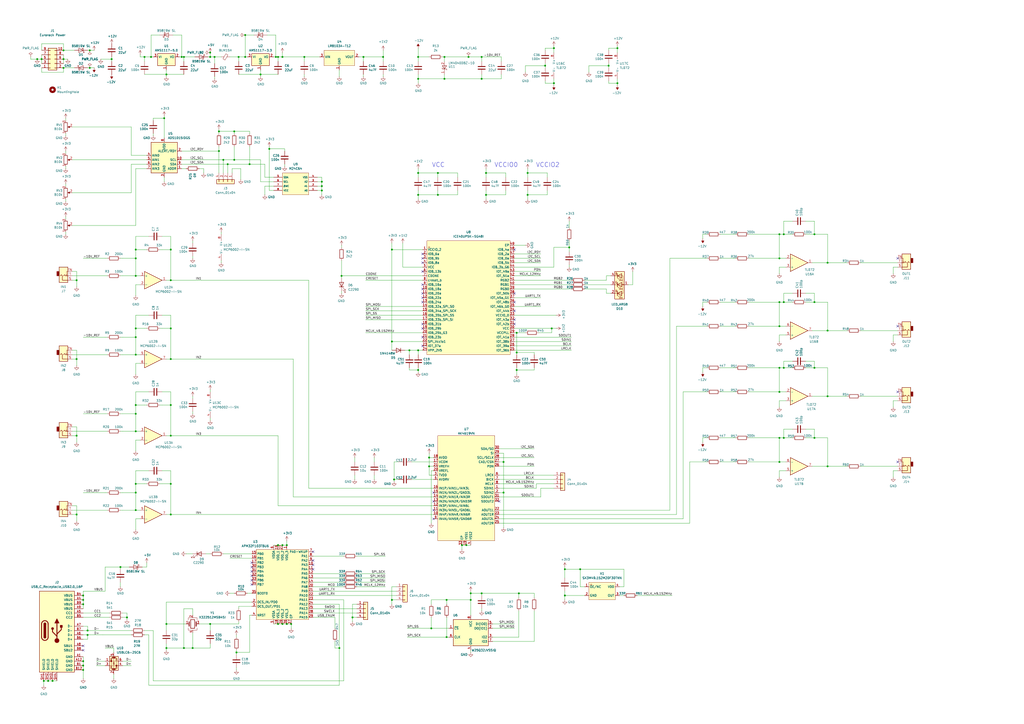
<source format=kicad_sch>
(kicad_sch (version 20250114) (generator "eeschema") (generator_version "9.0")
  (paper "A2")
  (text "VCC\n" (at 254.254 95.758 0) (effects (font (size 2.54 2.54))))
  (text "VCCIO0\n" (at 293.624 95.758 0) (effects (font (size 2.54 2.54))))
  (text "VCCIO2" (at 317.754 95.758 0) (effects (font (size 2.54 2.54))))
  (junction (at 78.74 149.86))
  (junction (at 48.26 383.54))
  (junction (at 99.06 208.28))
  (junction (at 161.29 33.02))
  (junction (at 316.23 38.1))
  (junction (at 99.06 144.78))
  (junction (at 327.66 345.44))
  (junction (at 353.06 38.1))
  (junction (at 99.06 234.95))
  (junction (at 78.74 240.03))
  (junction (at 480.06 191.77))
  (junction (at 254 113.03))
  (junction (at 358.14 27.94))
  (junction (at 50.8 365.76))
  (junction (at 454.66 213.36))
  (junction (at 36.83 34.29))
  (junction (at 106.68 33.02))
  (junction (at 124.46 33.02))
  (junction (at 138.43 33.02))
  (junction (at 254 100.33))
  (junction (at 132.08 95.25))
  (junction (at 151.13 43.18))
  (junction (at 44.45 162.56))
  (junction (at 44.45 298.45))
  (junction (at 137.16 378.46))
  (junction (at 121.92 361.95))
  (junction (at 472.44 254))
  (junction (at 259.08 347.98))
  (junction (at 306.07 100.33))
  (junction (at 30.48 394.97))
  (junction (at 27.94 394.97))
  (junction (at 99.06 298.45))
  (junction (at 161.29 316.23))
  (junction (at 242.57 45.72))
  (junction (at 176.53 33.02))
  (junction (at 227.33 347.98))
  (junction (at 257.81 33.02))
  (junction (at 78.74 195.58))
  (junction (at 237.49 203.2))
  (junction (at 121.92 33.02))
  (junction (at 336.55 330.2))
  (junction (at 452.12 213.36))
  (junction (at 358.14 48.26))
  (junction (at 78.74 205.74))
  (junction (at 281.94 113.03))
  (junction (at 99.06 162.56))
  (junction (at 454.66 135.89))
  (junction (at 135.89 92.71))
  (junction (at 259.08 369.57))
  (junction (at 186.69 110.49))
  (junction (at 472.44 213.36))
  (junction (at 327.66 330.2))
  (junction (at 242.57 33.02))
  (junction (at 257.81 45.72))
  (junction (at 299.72 214.63))
  (junction (at 186.69 105.41))
  (junction (at 144.78 95.25))
  (junction (at 121.92 30.48))
  (junction (at 48.26 350.52))
  (junction (at 160.02 33.02))
  (junction (at 69.85 328.93))
  (junction (at 73.66 358.14))
  (junction (at 96.52 361.95))
  (junction (at 78.74 285.75))
  (junction (at 198.12 160.02))
  (junction (at 452.12 227.33))
  (junction (at 36.83 29.21))
  (junction (at 161.29 361.95))
  (junction (at 52.07 39.37))
  (junction (at 227.33 198.12))
  (junction (at 44.45 252.73))
  (junction (at 279.4 45.72))
  (junction (at 78.74 280.67))
  (junction (at 454.66 175.26))
  (junction (at 452.12 267.97))
  (junction (at 281.94 100.33))
  (junction (at 48.26 388.62))
  (junction (at 242.57 203.2))
  (junction (at 163.83 33.02))
  (junction (at 96.52 375.92))
  (junction (at 142.24 33.02))
  (junction (at 452.12 135.89))
  (junction (at 78.74 144.78))
  (junction (at 186.69 107.95))
  (junction (at 196.85 375.92))
  (junction (at 248.92 265.43))
  (junction (at 111.76 375.92))
  (junction (at 452.12 254))
  (junction (at 273.05 347.98))
  (junction (at 242.57 113.03))
  (junction (at 204.47 358.14))
  (junction (at 99.06 280.67))
  (junction (at 127 76.2))
  (junction (at 292.1 267.97))
  (junction (at 87.63 33.02))
  (junction (at 480.06 270.51))
  (junction (at 228.6 278.13))
  (junction (at 472.44 175.26))
  (junction (at 166.37 361.95))
  (junction (at 48.26 386.08))
  (junction (at 168.91 361.95))
  (junction (at 270.51 316.23))
  (junction (at 299.72 193.04))
  (junction (at 480.06 152.4))
  (junction (at 242.57 100.33))
  (junction (at 163.83 361.95))
  (junction (at 330.2 143.51))
  (junction (at 44.45 208.28))
  (junction (at 95.25 68.58))
  (junction (at 99.06 190.5))
  (junction (at 320.04 190.5))
  (junction (at 299.72 204.47))
  (junction (at 142.24 20.32))
  (junction (at 472.44 135.89))
  (junction (at 300.99 344.17))
  (junction (at 106.68 375.92))
  (junction (at 48.26 345.44))
  (junction (at 227.33 144.78))
  (junction (at 105.41 33.02))
  (junction (at 78.74 190.5))
  (junction (at 127 87.63))
  (junction (at 273.05 344.17))
  (junction (at 78.74 250.19))
  (junction (at 452.12 189.23))
  (junction (at 292.1 285.75))
  (junction (at 248.92 270.51))
  (junction (at 271.78 33.02))
  (junction (at 279.4 33.02))
  (junction (at 452.12 149.86))
  (junction (at 279.4 344.17))
  (junction (at 480.06 229.87))
  (junction (at 48.26 347.98))
  (junction (at 64.77 34.29))
  (junction (at 210.82 33.02))
  (junction (at 78.74 295.91))
  (junction (at 50.8 368.3))
  (junction (at 21.59 34.29))
  (junction (at 99.06 252.73))
  (junction (at 25.4 394.97))
  (junction (at 321.31 48.26))
  (junction (at 78.74 160.02))
  (junction (at 135.89 76.2))
  (junction (at 250.19 364.49))
  (junction (at 166.37 316.23))
  (junction (at 83.82 33.02))
  (junction (at 222.25 33.02))
  (junction (at 321.31 27.94))
  (junction (at 163.83 316.23))
  (junction (at 78.74 234.95))
  (junction (at 454.66 254))
  (junction (at 267.97 316.23))
  (junction (at 24.13 34.29))
  (junction (at 242.57 214.63))
  (junction (at 156.21 86.36))
  (junction (at 306.07 113.03))
  (junction (at 52.07 29.21))
  (junction (at 452.12 175.26))
  (junction (at 96.52 43.18))
  (junction (at 36.83 39.37))
  (junction (at 129.54 92.71))
  (no_connect (at 245.11 165.1))
  (no_connect (at 251.46 290.83))
  (no_connect (at 245.11 149.86))
  (no_connect (at 245.11 152.4))
  (no_connect (at 298.45 175.26))
  (no_connect (at 146.05 331.47))
  (no_connect (at 245.11 157.48))
  (no_connect (at 298.45 180.34))
  (no_connect (at 298.45 187.96))
  (no_connect (at 48.26 374.65))
  (no_connect (at 181.61 320.04))
  (no_connect (at 245.11 187.96))
  (no_connect (at 251.46 295.91))
  (no_connect (at 146.05 328.93))
  (no_connect (at 520.7 189.23))
  (no_connect (at 245.11 170.18))
  (no_connect (at 146.05 336.55))
  (no_connect (at 146.05 334.01))
  (no_connect (at 245.11 167.64))
  (no_connect (at 146.05 339.09))
  (no_connect (at 298.45 185.42))
  (no_connect (at 245.11 147.32))
  (no_connect (at 146.05 326.39))
  (no_connect (at 245.11 172.72))
  (no_connect (at 245.11 195.58))
  (no_connect (at 251.46 300.99))
  (no_connect (at 520.7 149.86))
  (no_connect (at 520.7 267.97))
  (no_connect (at 181.61 330.2))
  (no_connect (at 245.11 175.26))
  (no_connect (at 181.61 327.66))
  (no_connect (at 245.11 200.66))
  (no_connect (at 251.46 285.75))
  (no_connect (at 298.45 170.18))
  (no_connect (at 298.45 144.78))
  (no_connect (at 520.7 227.33))
  (no_connect (at 181.61 325.12))
  (no_connect (at 289.56 290.83))
  (no_connect (at 48.26 377.19))
  (no_connect (at 245.11 190.5))
  (wire (pts (xy 417.83 213.36) (xy 426.72 213.36)))
  (wire (pts (xy 92.71 20.32) (xy 87.63 20.32)))
  (wire (pts (xy 86.36 182.88) (xy 78.74 182.88)) (stroke (width 0.1524)))
  (wire (pts (xy 78.74 255.27) (xy 78.74 261.62)) (stroke (width 0.1524)))
  (wire (pts (xy 289.56 275.59) (xy 321.31 275.59)))
  (wire (pts (xy 300.99 344.17) (xy 300.99 346.71)))
  (wire (pts (xy 44.45 247.65) (xy 44.45 252.73)))
  (wire (pts (xy 27.94 394.97) (xy 30.48 394.97)))
  (wire (pts (xy 176.53 33.02) (xy 185.42 33.02)))
  (wire (pts (xy 298.45 157.48) (xy 313.69 157.48)))
  (wire (pts (xy 471.17 191.77) (xy 480.06 191.77)))
  (wire (pts (xy 407.67 215.9) (xy 407.67 213.36)))
  (wire (pts (xy 105.41 97.79) (xy 107.95 97.79)))
  (wire (pts (xy 222.25 33.02) (xy 222.25 29.21)))
  (wire (pts (xy 118.11 97.79) (xy 115.57 97.79)))
  (wire (pts (xy 452.12 276.86) (xy 452.12 273.05)))
  (wire (pts (xy 170.18 288.29) (xy 170.18 208.28)))
  (wire (pts (xy 86.36 368.3) (xy 83.82 368.3)))
  (wire (pts (xy 166.37 316.23) (xy 163.83 316.23)))
  (wire (pts (xy 242.57 97.79) (xy 242.57 100.33)))
  (wire (pts (xy 472.44 213.36) (xy 480.06 213.36)))
  (wire (pts (xy 128.27 134.62) (xy 128.27 135.89)))
  (wire (pts (xy 121.92 242.57) (xy 121.92 243.84)))
  (wire (pts (xy 217.17 275.59) (xy 217.17 278.13)))
  (wire (pts (xy 88.9 365.76) (xy 88.9 394.97)))
  (wire (pts (xy 480.06 229.87) (xy 491.49 229.87)))
  (wire (pts (xy 292.1 262.89) (xy 289.56 262.89)))
  (wire (pts (xy 78.74 144.78) (xy 78.74 149.86)) (stroke (width 0.1524)))
  (wire (pts (xy 196.85 40.64) (xy 196.85 44.45)))
  (wire (pts (xy 163.83 30.48) (xy 163.83 33.02)))
  (wire (pts (xy 38.1 68.58) (xy 38.1 69.85)))
  (wire (pts (xy 36.83 31.75) (xy 36.83 34.29)))
  (wire (pts (xy 407.67 254) (xy 410.21 254)))
  (wire (pts (xy 24.13 41.91) (xy 36.83 41.91)))
  (wire (pts (xy 467.36 135.89) (xy 472.44 135.89)))
  (wire (pts (xy 454.66 135.89) (xy 452.12 135.89)))
  (wire (pts (xy 480.06 191.77) (xy 491.49 191.77)))
  (wire (pts (xy 129.54 92.71) (xy 129.54 100.33)))
  (wire (pts (xy 36.83 41.91) (xy 36.83 39.37)))
  (wire (pts (xy 309.88 346.71) (xy 309.88 344.17)))
  (wire (pts (xy 293.37 110.49) (xy 293.37 113.03)))
  (wire (pts (xy 341.63 38.1) (xy 353.06 38.1)))
  (wire (pts (xy 417.83 254) (xy 426.72 254)))
  (wire (pts (xy 181.61 350.52) (xy 196.85 350.52)))
  (wire (pts (xy 316.23 27.94) (xy 321.31 27.94)))
  (wire (pts (xy 83.82 280.67) (xy 78.74 280.67)) (stroke (width 0.1524)))
  (wire (pts (xy 41.91 203.2) (xy 44.45 203.2)))
  (wire (pts (xy 309.88 205.74) (xy 309.88 204.47)))
  (wire (pts (xy 83.82 33.02) (xy 87.63 33.02)))
  (wire (pts (xy 227.33 203.2) (xy 227.33 198.12)))
  (wire (pts (xy 480.06 135.89) (xy 480.06 152.4)))
  (wire (pts (xy 290.83 43.18) (xy 290.83 45.72)))
  (wire (pts (xy 227.33 144.78) (xy 245.11 144.78)))
  (wire (pts (xy 196.85 350.52) (xy 196.85 375.92)))
  (wire (pts (xy 85.09 326.39) (xy 85.09 328.93)))
  (wire (pts (xy 165.1 87.63) (xy 165.1 86.36)))
  (wire (pts (xy 78.74 137.16) (xy 78.74 144.78)) (stroke (width 0.1524)))
  (wire (pts (xy 212.09 185.42) (xy 245.11 185.42)))
  (wire (pts (xy 351.79 162.56) (xy 351.79 160.02)))
  (wire (pts (xy 388.62 149.86) (xy 410.21 149.86)))
  (wire (pts (xy 289.56 267.97) (xy 292.1 267.97)))
  (wire (pts (xy 111.76 367.03) (xy 111.76 375.92)))
  (wire (pts (xy 78.74 300.99) (xy 81.28 300.99)) (stroke (width 0.1524)))
  (wire (pts (xy 452.12 213.36) (xy 452.12 227.33)))
  (wire (pts (xy 48.26 350.52) (xy 48.26 353.06)))
  (wire (pts (xy 299.72 204.47) (xy 299.72 193.04)))
  (wire (pts (xy 250.19 350.52) (xy 250.19 347.98)))
  (wire (pts (xy 304.8 38.1) (xy 316.23 38.1)))
  (wire (pts (xy 361.95 340.36) (xy 359.41 340.36)))
  (wire (pts (xy 78.74 205.74) (xy 81.28 205.74)) (stroke (width 0.1524)))
  (wire (pts (xy 50.8 368.3) (xy 59.69 368.3)) (stroke (width 0.1524)))
  (wire (pts (xy 93.98 280.67) (xy 99.06 280.67)) (stroke (width 0.1524)))
  (wire (pts (xy 38.1 125.73) (xy 38.1 127)))
  (wire (pts (xy 78.74 130.81) (xy 78.74 97.79)))
  (wire (pts (xy 467.36 175.26) (xy 472.44 175.26)))
  (wire (pts (xy 327.66 328.93) (xy 327.66 330.2)))
  (wire (pts (xy 417.83 149.86) (xy 426.72 149.86)))
  (wire (pts (xy 78.74 285.75) (xy 71.12 285.75)) (stroke (width 0.1524)))
  (wire (pts (xy 471.17 152.4) (xy 480.06 152.4)))
  (wire (pts (xy 317.5 113.03) (xy 306.07 113.03)))
  (wire (pts (xy 227.33 350.52) (xy 227.33 347.98)))
  (wire (pts (xy 231.14 267.97) (xy 228.6 267.97)))
  (wire (pts (xy 228.6 278.13) (xy 231.14 278.13)))
  (wire (pts (xy 434.34 267.97) (xy 452.12 267.97)))
  (wire (pts (xy 135.89 76.2) (xy 135.89 77.47)))
  (wire (pts (xy 520.7 194.31) (xy 518.16 194.31)))
  (wire (pts (xy 69.85 205.74) (xy 71.12 205.74)))
  (wire (pts (xy 99.06 252.73) (xy 116.84 252.73)) (stroke (width 0.1524)))
  (wire (pts (xy 242.57 113.03) (xy 242.57 115.57)))
  (wire (pts (xy 248.92 270.51) (xy 251.46 270.51)))
  (wire (pts (xy 309.88 354.33) (xy 309.88 372.11)))
  (wire (pts (xy 137.16 387.35) (xy 137.16 388.62)))
  (wire (pts (xy 248.92 275.59) (xy 248.92 270.51)))
  (wire (pts (xy 289.56 300.99) (xy 396.24 300.99)))
  (wire (pts (xy 69.85 195.58) (xy 71.12 195.58)))
  (wire (pts (xy 138.43 360.68) (xy 138.43 361.95)))
  (wire (pts (xy 138.43 353.06) (xy 138.43 351.79)))
  (wire (pts (xy 331.47 195.58) (xy 298.45 195.58)))
  (wire (pts (xy 472.44 209.55) (xy 472.44 213.36)))
  (wire (pts (xy 64.77 34.29) (xy 64.77 35.56)))
  (wire (pts (xy 48.26 355.6) (xy 63.5 355.6)))
  (wire (pts (xy 132.08 95.25) (xy 144.78 95.25)))
  (wire (pts (xy 127 87.63) (xy 127 100.33)))
  (wire (pts (xy 336.55 340.36) (xy 336.55 330.2)))
  (wire (pts (xy 299.72 193.04) (xy 304.8 193.04)))
  (wire (pts (xy 273.05 344.17) (xy 273.05 347.98)))
  (wire (pts (xy 96.52 44.45) (xy 96.52 43.18)))
  (wire (pts (xy 99.06 190.5) (xy 99.06 208.28)) (stroke (width 0.1524)))
  (wire (pts (xy 69.85 337.82) (xy 69.85 340.36)))
  (wire (pts (xy 467.36 213.36) (xy 472.44 213.36)))
  (wire (pts (xy 208.28 33.02) (xy 210.82 33.02)))
  (wire (pts (xy 168.91 364.49) (xy 168.91 361.95)))
  (wire (pts (xy 161.29 316.23) (xy 158.75 316.23)))
  (wire (pts (xy 298.45 152.4) (xy 313.69 152.4)))
  (wire (pts (xy 459.74 170.18) (xy 454.66 170.18)))
  (wire (pts (xy 454.66 209.55) (xy 454.66 213.36)))
  (wire (pts (xy 210.82 43.18) (xy 210.82 44.45)))
  (wire (pts (xy 111.76 238.76) (xy 111.76 240.03)))
  (wire (pts (xy 228.6 279.4) (xy 228.6 278.13)))
  (wire (pts (xy 331.47 200.66) (xy 298.45 200.66)))
  (wire (pts (xy 121.92 226.06) (xy 121.92 227.33)))
  (wire (pts (xy 341.63 41.91) (xy 341.63 38.1)))
  (wire (pts (xy 60.96 195.58) (xy 48.26 195.58)) (stroke (width 0.1524)))
  (wire (pts (xy 339.09 345.44) (xy 327.66 345.44)))
  (wire (pts (xy 417.83 135.89) (xy 426.72 135.89)))
  (wire (pts (xy 298.45 160.02) (xy 313.69 160.02)))
  (wire (pts (xy 417.83 227.33) (xy 426.72 227.33)))
  (wire (pts (xy 207.01 322.58) (xy 223.52 322.58)))
  (wire (pts (xy 60.96 149.86) (xy 48.26 149.86)) (stroke (width 0.1524)))
  (wire (pts (xy 78.74 273.05) (xy 78.74 280.67)) (stroke (width 0.1524)))
  (wire (pts (xy 69.85 160.02) (xy 71.12 160.02)))
  (wire (pts (xy 96.52 252.73) (xy 99.06 252.73)) (stroke (width 0.1524)))
  (wire (pts (xy 313.69 283.21) (xy 313.69 288.29)))
  (wire (pts (xy 459.74 209.55) (xy 454.66 209.55)))
  (wire (pts (xy 106.68 353.06) (xy 106.68 375.92)))
  (wire (pts (xy 48.26 342.9) (xy 60.96 342.9)) (stroke (width 0.1524)))
  (wire (pts (xy 142.24 20.32) (xy 142.24 33.02)))
  (wire (pts (xy 306.07 97.79) (xy 306.07 100.33)))
  (wire (pts (xy 285.75 369.57) (xy 300.99 369.57)))
  (wire (pts (xy 132.08 95.25) (xy 132.08 100.33)))
  (wire (pts (xy 60.96 240.03) (xy 62.23 240.03)))
  (wire (pts (xy 158.75 107.95) (xy 153.67 107.95)))
  (wire (pts (xy 73.66 359.41) (xy 73.66 358.14)))
  (wire (pts (xy 119.38 321.31) (xy 121.92 321.31)))
  (wire (pts (xy 81.28 31.75) (xy 81.28 33.02)))
  (wire (pts (xy 222.25 43.18) (xy 222.25 44.45)))
  (wire (pts (xy 327.66 330.2) (xy 327.66 335.28)))
  (wire (pts (xy 44.45 208.28) (xy 44.45 212.09)))
  (wire (pts (xy 194.31 358.14) (xy 194.31 364.49)))
  (wire (pts (xy 250.19 358.14) (xy 250.19 364.49)))
  (wire (pts (xy 85.09 328.93) (xy 82.55 328.93)))
  (wire (pts (xy 78.74 227.33) (xy 78.74 234.95)) (stroke (width 0.1524)))
  (wire (pts (xy 364.49 165.1) (xy 367.03 165.1)))
  (wire (pts (xy 271.78 33.02) (xy 279.4 33.02)))
  (wire (pts (xy 289.56 298.45) (xy 392.43 298.45)))
  (wire (pts (xy 242.57 203.2) (xy 242.57 205.74)))
  (wire (pts (xy 471.17 229.87) (xy 480.06 229.87)))
  (wire (pts (xy 289.56 278.13) (xy 321.31 278.13)))
  (wire (pts (xy 321.31 143.51) (xy 330.2 143.51)))
  (wire (pts (xy 407.67 135.89) (xy 410.21 135.89)))
  (wire (pts (xy 99.06 298.45) (xy 116.84 298.45)) (stroke (width 0.1524)))
  (wire (pts (xy 96.52 375.92) (xy 96.52 377.19)))
  (wire (pts (xy 48.26 386.08) (xy 48.26 388.62)))
  (wire (pts (xy 289.56 283.21) (xy 311.15 283.21)))
  (wire (pts (xy 78.74 280.67) (xy 78.74 285.75)) (stroke (width 0.1524)))
  (wire (pts (xy 113.03 33.02) (xy 106.68 33.02)))
  (wire (pts (xy 87.63 20.32) (xy 87.63 33.02)))
  (wire (pts (xy 242.57 214.63) (xy 242.57 215.9)))
  (wire (pts (xy 78.74 240.03) (xy 71.12 240.03)) (stroke (width 0.1524)))
  (wire (pts (xy 459.74 128.27) (xy 454.66 128.27)))
  (wire (pts (xy 138.43 351.79) (xy 146.05 351.79)))
  (wire (pts (xy 121.92 365.76) (xy 121.92 361.95)))
  (wire (pts (xy 298.45 149.86) (xy 313.69 149.86)))
  (wire (pts (xy 78.74 160.02) (xy 81.28 160.02)) (stroke (width 0.1524)))
  (wire (pts (xy 330.2 143.51) (xy 330.2 146.05)))
  (wire (pts (xy 361.95 330.2) (xy 361.95 340.36)))
  (wire (pts (xy 279.4 33.02) (xy 290.83 33.02)))
  (wire (pts (xy 163.83 33.02) (xy 161.29 33.02)))
  (wire (pts (xy 467.36 170.18) (xy 472.44 170.18)))
  (wire (pts (xy 289.56 295.91) (xy 388.62 295.91)))
  (wire (pts (xy 454.66 170.18) (xy 454.66 175.26)))
  (wire (pts (xy 321.31 283.21) (xy 313.69 283.21)))
  (wire (pts (xy 137.16 377.19) (xy 137.16 378.46)))
  (wire (pts (xy 111.76 356.87) (xy 111.76 353.06)))
  (wire (pts (xy 242.57 213.36) (xy 242.57 214.63)))
  (wire (pts (xy 60.96 285.75) (xy 48.26 285.75)) (stroke (width 0.1524)))
  (wire (pts (xy 292.1 306.07) (xy 292.1 285.75)))
  (wire (pts (xy 452.12 198.12) (xy 452.12 194.31)))
  (wire (pts (xy 99.06 190.5) (xy 99.06 182.88)) (stroke (width 0.1524)))
  (wire (pts (xy 181.61 358.14) (xy 194.31 358.14)))
  (wire (pts (xy 83.82 234.95) (xy 78.74 234.95)) (stroke (width 0.1524)))
  (wire (pts (xy 99.06 182.88) (xy 93.98 182.88)) (stroke (width 0.1524)))
  (wire (pts (xy 227.33 140.97) (xy 227.33 144.78)))
  (wire (pts (xy 289.56 280.67) (xy 309.88 280.67)))
  (wire (pts (xy 96.52 349.25) (xy 146.05 349.25)))
  (wire (pts (xy 396.24 300.99) (xy 396.24 227.33)))
  (wire (pts (xy 279.4 45.72) (xy 257.81 45.72)))
  (wire (pts (xy 317.5 110.49) (xy 317.5 113.03)))
  (wire (pts (xy 396.24 227.33) (xy 410.21 227.33)))
  (wire (pts (xy 59.69 368.3) (xy 76.2 368.3)))
  (wire (pts (xy 161.29 252.73) (xy 116.84 252.73)))
  (wire (pts (xy 434.34 149.86) (xy 452.12 149.86)))
  (wire (pts (xy 83.82 280.67) (xy 85.09 280.67)))
  (wire (pts (xy 160.02 20.32) (xy 160.02 33.02)))
  (wire (pts (xy 233.68 154.94) (xy 233.68 140.97)))
  (wire (pts (xy 300.99 344.17) (xy 279.4 344.17)))
  (wire (pts (xy 78.74 210.82) (xy 78.74 217.17)) (stroke (width 0.1524)))
  (wire (pts (xy 354.33 170.18) (xy 351.79 170.18)))
  (wire (pts (xy 454.66 248.92) (xy 454.66 254)))
  (wire (pts (xy 124.46 33.02) (xy 128.27 33.02)))
  (wire (pts (xy 353.06 38.1) (xy 353.06 39.37)))
  (wire (pts (xy 111.76 375.92) (xy 106.68 375.92)))
  (wire (pts (xy 99.06 227.33) (xy 93.98 227.33)) (stroke (width 0.1524)))
  (wire (pts (xy 196.85 375.92) (xy 196.85 397.51)))
  (wire (pts (xy 459.74 213.36) (xy 454.66 213.36)))
  (wire (pts (xy 76.2 386.08) (xy 71.12 386.08)))
  (wire (pts (xy 434.34 189.23) (xy 452.12 189.23)))
  (wire (pts (xy 69.85 240.03) (xy 71.12 240.03)))
  (wire (pts (xy 298.45 193.04) (xy 299.72 193.04)))
  (wire (pts (xy 24.13 29.21) (xy 24.13 25.4)))
  (wire (pts (xy 139.7 97.79) (xy 134.62 97.79)))
  (wire (pts (xy 222.25 33.02) (xy 222.25 35.56)))
  (wire (pts (xy 254 100.33) (xy 254 102.87)))
  (wire (pts (xy 151.13 43.18) (xy 161.29 43.18)))
  (wire (pts (xy 38.1 87.63) (xy 38.1 88.9)))
  (wire (pts (xy 17.78 33.02) (xy 17.78 34.29)))
  (wire (pts (xy 298.45 190.5) (xy 320.04 190.5)))
  (wire (pts (xy 452.12 227.33) (xy 455.93 227.33)))
  (wire (pts (xy 106.68 375.92) (xy 96.52 375.92)))
  (wire (pts (xy 321.31 48.26) (xy 321.31 49.53)))
  (wire (pts (xy 257.81 33.02) (xy 257.81 35.56)))
  (wire (pts (xy 99.06 144.78) (xy 99.06 137.16)) (stroke (width 0.1524)))
  (wire (pts (xy 518.16 154.94) (xy 518.16 158.75)))
  (wire (pts (xy 472.44 170.18) (xy 472.44 175.26)))
  (wire (pts (xy 289.56 303.53) (xy 400.05 303.53)))
  (wire (pts (xy 251.46 275.59) (xy 248.92 275.59)))
  (wire (pts (xy 331.47 198.12) (xy 298.45 198.12)))
  (wire (pts (xy 76.2 111.76) (xy 76.2 95.25)))
  (wire (pts (xy 50.8 39.37) (xy 52.07 39.37)))
  (wire (pts (xy 452.12 254) (xy 452.12 267.97)))
  (wire (pts (xy 55.88 383.54) (xy 60.96 383.54)))
  (wire (pts (xy 86.36 273.05) (xy 78.74 273.05)) (stroke (width 0.1524)))
  (wire (pts (xy 499.11 270.51) (xy 520.7 270.51)))
  (wire (pts (xy 300.99 354.33) (xy 300.99 369.57)))
  (wire (pts (xy 265.43 100.33) (xy 254 100.33)))
  (wire (pts (xy 48.26 368.3) (xy 50.8 368.3)) (stroke (width 0.1524)))
  (wire (pts (xy 44.45 203.2) (xy 44.45 208.28)))
  (wire (pts (xy 330.2 139.7) (xy 330.2 143.51)))
  (wire (pts (xy 254 100.33) (xy 242.57 100.33)))
  (wire (pts (xy 96.52 43.18) (xy 106.68 43.18)))
  (wire (pts (xy 480.06 175.26) (xy 480.06 191.77)))
  (wire (pts (xy 299.72 204.47) (xy 309.88 204.47)))
  (wire (pts (xy 60.96 240.03) (xy 48.26 240.03)) (stroke (width 0.1524)))
  (wire (pts (xy 111.76 148.59) (xy 111.76 149.86)))
  (wire (pts (xy 317.5 100.33) (xy 306.07 100.33)))
  (wire (pts (xy 144.78 95.25) (xy 144.78 85.09)))
  (wire (pts (xy 48.26 363.22) (xy 50.8 363.22)))
  (wire (pts (xy 520.7 232.41) (xy 518.16 232.41)))
  (wire (pts (xy 69.85 285.75) (xy 71.12 285.75)))
  (wire (pts (xy 306.07 110.49) (xy 306.07 113.03)))
  (wire (pts (xy 71.12 160.02) (xy 78.74 160.02)) (stroke (width 0.1524)))
  (wire (pts (xy 83.82 190.5) (xy 85.09 190.5)))
  (wire (pts (xy 24.13 39.37) (xy 24.13 41.91)))
  (wire (pts (xy 93.98 190.5) (xy 99.06 190.5)) (stroke (width 0.1524)))
  (wire (pts (xy 186.69 110.49) (xy 186.69 107.95)))
  (wire (pts (xy 434.34 175.26) (xy 452.12 175.26)))
  (wire (pts (xy 104.14 33.02) (xy 105.41 33.02)))
  (wire (pts (xy 78.74 300.99) (xy 78.74 307.34)) (stroke (width 0.1524)))
  (wire (pts (xy 207.01 340.36) (xy 223.52 340.36)))
  (wire (pts (xy 267.97 316.23) (xy 267.97 318.77)))
  (wire (pts (xy 129.54 321.31) (xy 146.05 321.31)))
  (wire (pts (xy 250.19 273.05) (xy 250.19 303.53)))
  (wire (pts (xy 21.59 34.29) (xy 24.13 34.29)))
  (wire (pts (xy 156.21 86.36) (xy 156.21 85.09)))
  (wire (pts (xy 83.82 190.5) (xy 78.74 190.5)) (stroke (width 0.1524)))
  (wire (pts (xy 289.56 288.29) (xy 313.69 288.29)))
  (wire (pts (xy 452.12 236.22) (xy 452.12 232.41)))
  (wire (pts (xy 316.23 38.1) (xy 316.23 39.37)))
  (wire (pts (xy 227.33 198.12) (xy 245.11 198.12)))
  (wire (pts (xy 298.45 165.1) (xy 331.47 165.1)))
  (wire (pts (xy 135.89 92.71) (xy 135.89 85.09)))
  (wire (pts (xy 160.02 33.02) (xy 158.75 33.02)))
  (wire (pts (xy 166.37 313.69) (xy 166.37 316.23)))
  (wire (pts (xy 158.75 102.87) (xy 153.67 102.87)))
  (wire (pts (xy 327.66 345.44) (xy 327.66 347.98)))
  (wire (pts (xy 69.85 328.93) (xy 69.85 330.2)) (stroke (width 0.1524)))
  (wire (pts (xy 298.45 147.32) (xy 313.69 147.32)))
  (wire (pts (xy 322.58 182.88) (xy 298.45 182.88)))
  (wire (pts (xy 78.74 149.86) (xy 78.74 160.02)) (stroke (width 0.1524)))
  (wire (pts (xy 306.07 100.33) (xy 306.07 102.87)))
  (wire (pts (xy 181.61 332.74) (xy 199.39 332.74)))
  (wire (pts (xy 106.68 33.02) (xy 106.68 35.56)))
  (wire (pts (xy 321.31 27.94) (xy 321.31 30.48)))
  (wire (pts (xy 242.57 100.33) (xy 242.57 102.87)))
  (wire (pts (xy 198.12 160.02) (xy 245.11 160.02)))
  (wire (pts (xy 139.7 104.14) (xy 139.7 97.79)))
  (wire (pts (xy 392.43 298.45) (xy 392.43 189.23)))
  (wire (pts (xy 92.71 234.95) (xy 93.98 234.95)))
  (wire (pts (xy 36.83 29.21) (xy 43.18 29.21)))
  (wire (pts (xy 181.61 345.44) (xy 229.87 345.44)))
  (wire (pts (xy 358.14 27.94) (xy 358.14 30.48)))
  (wire (pts (xy 289.56 265.43) (xy 309.88 265.43)))
  (wire (pts (xy 163.83 361.95) (xy 161.29 361.95)))
  (wire (pts (xy 251.46 273.05) (xy 250.19 273.05)))
  (wire (pts (xy 298.45 172.72) (xy 313.69 172.72)))
  (wire (pts (xy 83.82 144.78) (xy 85.09 144.78)))
  (wire (pts (xy 93.98 234.95) (xy 99.06 234.95)) (stroke (width 0.1524)))
  (wire (pts (xy 179.07 283.21) (xy 179.07 162.56)))
  (wire (pts (xy 467.36 128.27) (xy 472.44 128.27)))
  (wire (pts (xy 41.91 293.37) (xy 44.45 293.37)))
  (wire (pts (xy 518.16 273.05) (xy 518.16 276.86)))
  (wire (pts (xy 144.78 77.47) (xy 144.78 76.2)))
  (wire (pts (xy 452.12 158.75) (xy 452.12 154.94)))
  (wire (pts (xy 217.17 265.43) (xy 217.17 267.97)))
  (wire (pts (xy 99.06 144.78) (xy 99.06 162.56)) (stroke (width 0.1524)))
  (wire (pts (xy 204.47 360.68) (xy 204.47 358.14)))
  (wire (pts (xy 351.79 162.56) (xy 339.09 162.56)))
  (wire (pts (xy 151.13 92.71) (xy 135.89 92.71)))
  (wire (pts (xy 199.39 394.97) (xy 199.39 347.98)))
  (wire (pts (xy 259.08 347.98) (xy 273.05 347.98)))
  (wire (pts (xy 118.11 100.33) (xy 118.11 97.79)))
  (wire (pts (xy 135.89 76.2) (xy 127 76.2)))
  (wire (pts (xy 279.4 345.44) (xy 279.4 344.17)))
  (wire (pts (xy 256.54 33.02) (xy 257.81 33.02)))
  (wire (pts (xy 96.52 361.95) (xy 96.52 365.76)))
  (wire (pts (xy 88.9 394.97) (xy 199.39 394.97)))
  (wire (pts (xy 434.34 135.89) (xy 452.12 135.89)))
  (wire (pts (xy 194.31 372.11) (xy 194.31 375.92)))
  (wire (pts (xy 204.47 358.14) (xy 204.47 350.52)))
  (wire (pts (xy 459.74 248.92) (xy 454.66 248.92)))
  (wire (pts (xy 227.33 144.78) (xy 227.33 198.12)))
  (wire (pts (xy 351.79 170.18) (xy 351.79 167.64)))
  (wire (pts (xy 309.88 213.36) (xy 309.88 214.63)))
  (wire (pts (xy 227.33 347.98) (xy 229.87 347.98)))
  (wire (pts (xy 78.74 255.27) (xy 81.28 255.27)) (stroke (width 0.1524)))
  (wire (pts (xy 60.96 149.86) (xy 62.23 149.86)))
  (wire (pts (xy 459.74 175.26) (xy 454.66 175.26)))
  (wire (pts (xy 41.91 157.48) (xy 44.45 157.48)))
  (wire (pts (xy 41.91 130.81) (xy 78.74 130.81)))
  (wire (pts (xy 452.12 194.31) (xy 455.93 194.31)))
  (wire (pts (xy 292.1 267.97) (xy 292.1 262.89)))
  (wire (pts (xy 151.13 40.64) (xy 151.13 43.18)))
  (wire (pts (xy 186.69 105.41) (xy 186.69 102.87)))
  (wire (pts (xy 293.37 100.33) (xy 293.37 102.87)))
  (wire (pts (xy 351.79 167.64) (xy 339.09 167.64)))
  (wire (pts (xy 198.12 168.91) (xy 198.12 170.18)))
  (wire (pts (xy 73.66 358.14) (xy 73.66 355.6)))
  (wire (pts (xy 133.35 33.02) (xy 138.43 33.02)))
  (wire (pts (xy 60.96 328.93) (xy 69.85 328.93)) (stroke (width 0.1524)))
  (wire (pts (xy 78.74 149.86) (xy 71.12 149.86)) (stroke (width 0.1524)))
  (wire (pts (xy 76.2 73.66) (xy 76.2 90.17)))
  (wire (pts (xy 320.04 193.04) (xy 320.04 190.5)))
  (wire (pts (xy 99.06 234.95) (xy 99.06 227.33)) (stroke (width 0.1524)))
  (wire (pts (xy 279.4 353.06) (xy 279.4 354.33)))
  (wire (pts (xy 66.04 378.46) (xy 66.04 375.92)))
  (wire (pts (xy 170.18 208.28) (xy 116.84 208.28)))
  (wire (pts (xy 111.76 140.97) (xy 111.76 139.7)))
  (wire (pts (xy 388.62 295.91) (xy 388.62 149.86)))
  (wire (pts (xy 499.11 152.4) (xy 520.7 152.4)))
  (wire (pts (xy 52.07 39.37) (xy 54.61 39.37)))
  (wire (pts (xy 71.12 250.19) (xy 78.74 250.19)) (stroke (width 0.1524)))
  (wire (pts (xy 121.92 361.95) (xy 115.57 361.95)))
  (wire (pts (xy 520.7 273.05) (xy 518.16 273.05)))
  (wire (pts (xy 257.81 43.18) (xy 257.81 45.72)))
  (wire (pts (xy 78.74 240.03) (xy 78.74 250.19)) (stroke (width 0.1524)))
  (wire (pts (xy 41.91 252.73) (xy 44.45 252.73)))
  (wire (pts (xy 299.72 214.63) (xy 309.88 214.63)))
  (wire (pts (xy 54.61 29.21) (xy 52.07 29.21)))
  (wire (pts (xy 50.8 368.3) (xy 50.8 370.84)))
  (wire (pts (xy 248.92 265.43) (xy 251.46 265.43)))
  (wire (pts (xy 138.43 43.18) (xy 151.13 43.18)))
  (wire (pts (xy 144.78 356.87) (xy 144.78 378.46)))
  (wire (pts (xy 181.61 353.06) (xy 207.01 353.06)))
  (wire (pts (xy 499.11 191.77) (xy 520.7 191.77)))
  (wire (pts (xy 434.34 213.36) (xy 452.12 213.36)))
  (wire (pts (xy 158.75 110.49) (xy 156.21 110.49)))
  (wire (pts (xy 316.23 46.99) (xy 316.23 48.26)))
  (wire (pts (xy 92.71 280.67) (xy 93.98 280.67)))
  (wire (pts (xy 273.05 342.9) (xy 273.05 344.17)))
  (wire (pts (xy 44.45 252.73) (xy 44.45 256.54)))
  (wire (pts (xy 250.19 347.98) (xy 259.08 347.98)))
  (wire (pts (xy 210.82 33.02) (xy 210.82 35.56)))
  (wire (pts (xy 400.05 303.53) (xy 400.05 267.97)))
  (wire (pts (xy 143.51 344.17) (xy 146.05 344.17)))
  (wire (pts (xy 242.57 110.49) (xy 242.57 113.03)))
  (wire (pts (xy 71.12 295.91) (xy 78.74 295.91)) (stroke (width 0.1524)))
  (wire (pts (xy 137.16 378.46) (xy 137.16 379.73)))
  (wire (pts (xy 41.91 295.91) (xy 62.23 295.91)))
  (wire (pts (xy 227.33 347.98) (xy 227.33 340.36)))
  (wire (pts (xy 198.12 151.13) (xy 198.12 160.02)))
  (wire (pts (xy 78.74 234.95) (xy 78.74 240.03)) (stroke (width 0.1524)))
  (wire (pts (xy 69.85 250.19) (xy 71.12 250.19)))
  (wire (pts (xy 251.46 293.37) (xy 161.29 293.37)))
  (wire (pts (xy 293.37 113.03) (xy 281.94 113.03)))
  (wire (pts (xy 467.36 248.92) (xy 472.44 248.92)))
  (wire (pts (xy 407.67 175.26) (xy 410.21 175.26)))
  (wire (pts (xy 99.06 280.67) (xy 99.06 273.05)) (stroke (width 0.1524)))
  (wire (pts (xy 96.52 208.28) (xy 99.06 208.28)) (stroke (width 0.1524)))
  (wire (pts (xy 417.83 189.23) (xy 426.72 189.23)))
  (wire (pts (xy 452.12 267.97) (xy 455.93 267.97)))
  (wire (pts (xy 298.45 154.94) (xy 321.31 154.94)))
  (wire (pts (xy 105.41 33.02) (xy 105.41 20.32)))
  (wire (pts (xy 407.67 213.36) (xy 410.21 213.36)))
  (wire (pts (xy 41.91 160.02) (xy 62.23 160.02)))
  (wire (pts (xy 99.06 273.05) (xy 93.98 273.05)) (stroke (width 0.1524)))
  (wire (pts (xy 452.12 175.26) (xy 452.12 189.23)))
  (wire (pts (xy 339.09 165.1) (xy 354.33 165.1)))
  (wire (pts (xy 369.57 345.44) (xy 389.89 345.44)))
  (wire (pts (xy 207.01 337.82) (xy 223.52 337.82)))
  (wire (pts (xy 237.49 214.63) (xy 242.57 214.63)))
  (wire (pts (xy 17.78 34.29) (xy 21.59 34.29)))
  (wire (pts (xy 124.46 33.02) (xy 124.46 36.83)))
  (wire (pts (xy 127 76.2) (xy 127 77.47)))
  (wire (pts (xy 279.4 344.17) (xy 273.05 344.17)))
  (wire (pts (xy 99.06 162.56) (xy 116.84 162.56)) (stroke (width 0.1524)))
  (wire (pts (xy 66.04 391.16) (xy 66.04 393.7)))
  (wire (pts (xy 238.76 267.97) (xy 251.46 267.97)))
  (wire (pts (xy 358.14 26.67) (xy 358.14 27.94)))
  (wire (pts (xy 184.15 110.49) (xy 186.69 110.49)))
  (wire (pts (xy 304.8 41.91) (xy 304.8 38.1)))
  (wire (pts (xy 452.12 232.41) (xy 455.93 232.41)))
  (wire (pts (xy 107.95 361.95) (xy 96.52 361.95)))
  (wire (pts (xy 146.05 356.87) (xy 144.78 356.87)))
  (wire (pts (xy 299.72 217.17) (xy 299.72 214.63)))
  (wire (pts (xy 121.92 30.48) (xy 121.92 33.02)))
  (wire (pts (xy 237.49 213.36) (xy 237.49 214.63)))
  (wire (pts (xy 36.83 34.29) (xy 36.83 36.83)))
  (wire (pts (xy 327.66 330.2) (xy 336.55 330.2)))
  (wire (pts (xy 407.67 138.43) (xy 407.67 135.89)))
  (wire (pts (xy 454.66 254) (xy 452.12 254)))
  (wire (pts (xy 161.29 33.02) (xy 161.29 35.56)))
  (wire (pts (xy 353.06 36.83) (xy 353.06 38.1)))
  (wire (pts (xy 41.91 298.45) (xy 44.45 298.45)))
  (wire (pts (xy 116.84 162.56) (xy 179.07 162.56)))
  (wire (pts (xy 298.45 167.64) (xy 331.47 167.64)))
  (wire (pts (xy 83.82 35.56) (xy 83.82 33.02)))
  (wire (pts (xy 161.29 33.02) (xy 160.02 33.02)))
  (wire (pts (xy 99.06 280.67) (xy 99.06 298.45)) (stroke (width 0.1524)))
  (wire (pts (xy 151.13 44.45) (xy 151.13 43.18)))
  (wire (pts (xy 392.43 189.23) (xy 410.21 189.23)))
  (wire (pts (xy 121.92 375.92) (xy 111.76 375.92)))
  (wire (pts (xy 236.22 369.57) (xy 259.08 369.57)))
  (wire (pts (xy 76.2 383.54) (xy 71.12 383.54)))
  (wire (pts (xy 48.26 383.54) (xy 48.26 386.08)))
  (wire (pts (xy 38.1 134.62) (xy 38.1 135.89)))
  (wire (pts (xy 285.75 372.11) (xy 309.88 372.11)))
  (wire (pts (xy 452.12 149.86) (xy 455.93 149.86)))
  (wire (pts (xy 472.44 135.89) (xy 480.06 135.89)))
  (wire (pts (xy 472.44 248.92) (xy 472.44 254)))
  (wire (pts (xy 312.42 193.04) (xy 320.04 193.04)))
  (wire (pts (xy 270.51 316.23) (xy 273.05 316.23)))
  (wire (pts (xy 353.06 48.26) (xy 358.14 48.26)))
  (wire (pts (xy 60.96 375.92) (xy 66.04 375.92)))
  (wire (pts (xy 327.66 345.44) (xy 327.66 342.9)))
  (wire (pts (xy 83.82 234.95) (xy 85.09 234.95)))
  (wire (pts (xy 41.91 208.28) (xy 44.45 208.28)))
  (wire (pts (xy 165.1 96.52) (xy 165.1 95.25)))
  (wire (pts (xy 518.16 194.31) (xy 518.16 198.12)))
  (wire (pts (xy 259.08 358.14) (xy 259.08 369.57)))
  (wire (pts (xy 50.8 365.76) (xy 76.2 365.76)) (stroke (width 0.1524)))
  (wire (pts (xy 285.75 364.49) (xy 298.45 364.49)))
  (wire (pts (xy 88.9 78.74) (xy 88.9 77.47)))
  (wire (pts (xy 267.97 316.23) (xy 270.51 316.23)))
  (wire (pts (xy 41.91 162.56) (xy 44.45 162.56)))
  (wire (pts (xy 69.85 295.91) (xy 71.12 295.91)))
  (wire (pts (xy 330.2 153.67) (xy 330.2 154.94)))
  (wire (pts (xy 257.81 45.72) (xy 242.57 45.72)))
  (wire (pts (xy 83.82 144.78) (xy 78.74 144.78)) (stroke (width 0.1524)))
  (wire (pts (xy 367.03 157.48) (xy 367.03 165.1)))
  (wire (pts (xy 242.57 43.18) (xy 242.57 45.72)))
  (wire (pts (xy 144.78 378.46) (xy 137.16 378.46)))
  (wire (pts (xy 127 87.63) (xy 127 85.09)))
  (wire (pts (xy 242.57 203.2) (xy 245.11 203.2)))
  (wire (pts (xy 181.61 337.82) (xy 199.39 337.82)))
  (wire (pts (xy 81.28 33.02) (xy 83.82 33.02)))
  (wire (pts (xy 105.41 33.02) (xy 106.68 33.02)))
  (wire (pts (xy 116.84 298.45) (xy 251.46 298.45)))
  (wire (pts (xy 331.47 203.2) (xy 298.45 203.2)))
  (wire (pts (xy 48.26 345.44) (xy 48.26 347.98)) (stroke (width 0.1524)))
  (wire (pts (xy 78.74 165.1) (xy 81.28 165.1)) (stroke (width 0.1524)))
  (wire (pts (xy 60.96 342.9) (xy 60.96 328.93)) (stroke (width 0.1524)))
  (wire (pts (xy 452.12 135.89) (xy 452.12 149.86)))
  (wire (pts (xy 96.52 40.64) (xy 96.52 43.18)))
  (wire (pts (xy 138.43 361.95) (xy 121.92 361.95)))
  (wire (pts (xy 204.47 350.52) (xy 207.01 350.52)))
  (wire (pts (xy 236.22 364.49) (xy 250.19 364.49)))
  (wire (pts (xy 48.26 381) (xy 48.26 383.54)))
  (wire (pts (xy 281.94 113.03) (xy 281.94 115.57)))
  (wire (pts (xy 181.61 355.6) (xy 207.01 355.6)))
  (wire (pts (xy 181.61 340.36) (xy 199.39 340.36)))
  (wire (pts (xy 142.24 33.02) (xy 143.51 33.02)))
  (wire (pts (xy 96.52 373.38) (xy 96.52 375.92)))
  (wire (pts (xy 227.33 340.36) (xy 229.87 340.36)))
  (wire (pts (xy 452.12 189.23) (xy 455.93 189.23)))
  (wire (pts (xy 417.83 267.97) (xy 426.72 267.97)))
  (wire (pts (xy 311.15 280.67) (xy 311.15 283.21)))
  (wire (pts (xy 100.33 20.32) (xy 105.41 20.32)))
  (wire (pts (xy 467.36 209.55) (xy 472.44 209.55)))
  (wire (pts (xy 194.31 375.92) (xy 196.85 375.92)))
  (wire (pts (xy 60.96 195.58) (xy 62.23 195.58)))
  (wire (pts (xy 304.8 142.24) (xy 298.45 142.24)))
  (wire (pts (xy 41.91 73.66) (xy 76.2 73.66)))
  (wire (pts (xy 181.61 335.28) (xy 199.39 335.28)))
  (wire (pts (xy 452.12 273.05) (xy 455.93 273.05)))
  (wire (pts (xy 121.92 33.02) (xy 120.65 33.02)))
  (wire (pts (xy 41.91 250.19) (xy 62.23 250.19)))
  (wire (pts (xy 351.79 160.02) (xy 354.33 160.02)))
  (wire (pts (xy 299.72 213.36) (xy 299.72 214.63)))
  (wire (pts (xy 454.66 128.27) (xy 454.66 135.89)))
  (wire (pts (xy 467.36 254) (xy 472.44 254)))
  (wire (pts (xy 78.74 182.88) (xy 78.74 190.5)) (stroke (width 0.1524)))
  (wire (pts (xy 316.23 29.21) (xy 316.23 27.94)))
  (wire (pts (xy 459.74 254) (xy 454.66 254)))
  (wire (pts (xy 92.71 190.5) (xy 93.98 190.5)))
  (wire (pts (xy 279.4 43.18) (xy 279.4 45.72)))
  (wire (pts (xy 228.6 267.97) (xy 228.6 278.13)))
  (wire (pts (xy 417.83 175.26) (xy 426.72 175.26)))
  (wire (pts (xy 41.91 92.71) (xy 85.09 92.71)))
  (wire (pts (xy 459.74 135.89) (xy 454.66 135.89)))
  (wire (pts (xy 48.26 388.62) (xy 48.26 393.7)))
  (wire (pts (xy 44.45 298.45) (xy 44.45 302.26)))
  (wire (pts (xy 147.32 20.32) (xy 142.24 20.32)))
  (wire (pts (xy 105.41 92.71) (xy 129.54 92.71)))
  (wire (pts (xy 234.95 203.2) (xy 237.49 203.2)))
  (wire (pts (xy 434.34 227.33) (xy 452.12 227.33)))
  (wire (pts (xy 290.83 33.02) (xy 290.83 35.56)))
  (wire (pts (xy 71.12 205.74) (xy 78.74 205.74)) (stroke (width 0.1524)))
  (wire (pts (xy 86.36 397.51) (xy 86.36 368.3)))
  (wire (pts (xy 161.29 293.37) (xy 161.29 252.73)))
  (wire (pts (xy 78.74 295.91) (xy 81.28 295.91)) (stroke (width 0.1524)))
  (wire (pts (xy 86.36 227.33) (xy 78.74 227.33)) (stroke (width 0.1524)))
  (wire (pts (xy 95.25 68.58) (xy 95.25 67.31)))
  (wire (pts (xy 212.09 193.04) (xy 245.11 193.04)))
  (wire (pts (xy 285.75 361.95) (xy 298.45 361.95)))
  (wire (pts (xy 248.92 270.51) (xy 248.92 265.43)))
  (wire (pts (xy 265.43 113.03) (xy 254 113.03)))
  (wire (pts (xy 207.01 335.28) (xy 223.52 335.28)))
  (wire (pts (xy 205.74 265.43) (xy 205.74 267.97)))
  (wire (pts (xy 184.15 105.41) (xy 186.69 105.41)))
  (wire (pts (xy 83.82 365.76) (xy 88.9 365.76)))
  (wire (pts (xy 48.26 342.9) (xy 48.26 345.44)) (stroke (width 0.1524)))
  (wire (pts (xy 273.05 377.19) (xy 273.05 378.46)))
  (wire (pts (xy 163.83 33.02) (xy 176.53 33.02)))
  (wire (pts (xy 407.67 177.8) (xy 407.67 175.26)))
  (wire (pts (xy 359.41 345.44) (xy 361.95 345.44)))
  (wire (pts (xy 198.12 160.02) (xy 198.12 161.29)))
  (wire (pts (xy 309.88 344.17) (xy 300.99 344.17)))
  (wire (pts (xy 144.78 76.2) (xy 135.89 76.2)))
  (wire (pts (xy 259.08 369.57) (xy 260.35 369.57)))
  (wire (pts (xy 76.2 95.25) (xy 85.09 95.25)))
  (wire (pts (xy 181.61 322.58) (xy 199.39 322.58)))
  (wire (pts (xy 289.56 260.35) (xy 309.88 260.35)))
  (wire (pts (xy 330.2 128.27) (xy 330.2 132.08)))
  (wire (pts (xy 520.7 154.94) (xy 518.16 154.94)))
  (wire (pts (xy 48.26 365.76) (xy 50.8 365.76)) (stroke (width 0.1524)))
  (wire (pts (xy 124.46 44.45) (xy 124.46 45.72)))
  (wire (pts (xy 24.13 34.29) (xy 24.13 36.83)))
  (wire (pts (xy 87.63 33.02) (xy 88.9 33.02)))
  (wire (pts (xy 480.06 213.36) (xy 480.06 229.87)))
  (wire (pts (xy 96.52 298.45) (xy 99.06 298.45)) (stroke (width 0.1524)))
  (wire (pts (xy 111.76 231.14) (xy 111.76 229.87)))
  (wire (pts (xy 36.83 39.37) (xy 43.18 39.37)))
  (wire (pts (xy 52.07 29.21) (xy 50.8 29.21)))
  (wire (pts (xy 298.45 162.56) (xy 331.47 162.56)))
  (wire (pts (xy 133.35 323.85) (xy 146.05 323.85)))
  (wire (pts (xy 184.15 107.95) (xy 186.69 107.95)))
  (wire (pts (xy 316.23 36.83) (xy 316.23 38.1)))
  (wire (pts (xy 48.26 370.84) (xy 50.8 370.84)))
  (wire (pts (xy 156.21 86.36) (xy 165.1 86.36)))
  (wire (pts (xy 153.67 95.25) (xy 144.78 95.25)))
  (wire (pts (xy 281.94 110.49) (xy 281.94 113.03)))
  (wire (pts (xy 58.42 34.29) (xy 64.77 34.29)))
  (wire (pts (xy 257.81 33.02) (xy 271.78 33.02)))
  (wire (pts (xy 78.74 250.19) (xy 81.28 250.19)) (stroke (width 0.1524)))
  (wire (pts (xy 50.8 363.22) (xy 50.8 365.76)))
  (wire (pts (xy 454.66 213.36) (xy 452.12 213.36)))
  (wire (pts (xy 480.06 152.4) (xy 491.49 152.4)))
  (wire (pts (xy 99.06 234.95) (xy 99.06 252.73)) (stroke (width 0.1524)))
  (wire (pts (xy 25.4 394.97) (xy 25.4 397.51)))
  (wire (pts (xy 95.25 68.58) (xy 95.25 80.01)))
  (wire (pts (xy 181.61 342.9) (xy 229.87 342.9)))
  (wire (pts (xy 156.21 110.49) (xy 156.21 86.36)))
  (wire (pts (xy 207.01 332.74) (xy 223.52 332.74)))
  (wire (pts (xy 88.9 69.85) (xy 88.9 68.58)))
  (wire (pts (xy 254 110.49) (xy 254 113.03)))
  (wire (pts (xy 186.69 113.03) (xy 186.69 110.49)))
  (wire (pts (xy 86.36 137.16) (xy 78.74 137.16)) (stroke (width 0.1524)))
  (wire (pts (xy 128.27 151.13) (xy 128.27 152.4)))
  (wire (pts (xy 472.44 254) (xy 480.06 254)))
  (wire (pts (xy 24.13 31.75) (xy 24.13 34.29)))
  (wire (pts (xy 205.74 275.59) (xy 205.74 278.13)))
  (wire (pts (xy 186.69 107.95) (xy 186.69 105.41)))
  (wire (pts (xy 25.4 394.97) (xy 27.94 394.97)))
  (wire (pts (xy 299.72 205.74) (xy 299.72 204.47)))
  (wire (pts (xy 107.95 321.31) (xy 111.76 321.31)))
  (wire (pts (xy 186.69 102.87) (xy 184.15 102.87)))
  (wire (pts (xy 321.31 154.94) (xy 321.31 143.51)))
  (wire (pts (xy 400.05 267.97) (xy 410.21 267.97)))
  (wire (pts (xy 434.34 254) (xy 452.12 254)))
  (wire (pts (xy 273.05 347.98) (xy 273.05 356.87)))
  (wire (pts (xy 454.66 175.26) (xy 452.12 175.26)))
  (wire (pts (xy 292.1 285.75) (xy 292.1 267.97)))
  (wire (pts (xy 237.49 203.2) (xy 237.49 205.74)))
  (wire (pts (xy 30.48 394.97) (xy 33.02 394.97)))
  (wire (pts (xy 290.83 45.72) (xy 279.4 45.72)))
  (wire (pts (xy 78.74 97.79) (xy 85.09 97.79)))
  (wire (pts (xy 250.19 364.49) (xy 260.35 364.49)))
  (wire (pts (xy 138.43 33.02) (xy 142.24 33.02)))
  (wire (pts (xy 210.82 33.02) (xy 222.25 33.02)))
  (wire (pts (xy 151.13 105.41) (xy 151.13 92.71)))
  (wire (pts (xy 73.66 355.6) (xy 71.12 355.6)))
  (wire (pts (xy 242.57 33.02) (xy 242.57 35.56)))
  (wire (pts (xy 358.14 48.26) (xy 358.14 49.53)))
  (wire (pts (xy 242.57 45.72) (xy 242.57 48.26)))
  (wire (pts (xy 48.26 347.98) (xy 48.26 350.52)) (stroke (width 0.1524)))
  (wire (pts (xy 306.07 113.03) (xy 306.07 115.57)))
  (wire (pts (xy 111.76 353.06) (xy 106.68 353.06)))
  (wire (pts (xy 471.17 270.51) (xy 480.06 270.51)))
  (wire (pts (xy 95.25 102.87) (xy 95.25 105.41)))
  (wire (pts (xy 480.06 270.51) (xy 491.49 270.51)))
  (wire (pts (xy 259.08 347.98) (xy 259.08 350.52)))
  (wire (pts (xy 321.31 280.67) (xy 311.15 280.67)))
  (wire (pts (xy 289.56 285.75) (xy 292.1 285.75)))
  (wire (pts (xy 24.13 25.4) (xy 36.83 25.4)))
  (wire (pts (xy 129.54 92.71) (xy 135.89 92.71)))
  (wire (pts (xy 96.52 162.56) (xy 99.06 162.56)) (stroke (width 0.1524)))
  (wire (pts (xy 168.91 361.95) (xy 166.37 361.95)))
  (wire (pts (xy 105.41 95.25) (xy 132.08 95.25)))
  (wire (pts (xy 93.98 144.78) (xy 99.06 144.78)) (stroke (width 0.1524)))
  (wire (pts (xy 127 76.2) (xy 127 74.93)))
  (wire (pts (xy 38.1 77.47) (xy 38.1 78.74)))
  (wire (pts (xy 317.5 100.33) (xy 317.5 102.87)))
  (wire (pts (xy 138.43 35.56) (xy 138.43 33.02)))
  (wire (pts (xy 96.52 349.25) (xy 96.52 361.95)))
  (wire (pts (xy 472.44 175.26) (xy 480.06 175.26)))
  (wire (pts (xy 251.46 288.29) (xy 170.18 288.29)))
  (wire (pts (xy 358.14 45.72) (xy 358.14 48.26)))
  (wire (pts (xy 163.83 316.23) (xy 161.29 316.23)))
  (wire (pts (xy 204.47 358.14) (xy 207.01 358.14)))
  (wire (pts (xy 69.85 328.93) (xy 74.93 328.93)))
  (wire (pts (xy 78.74 195.58) (xy 71.12 195.58)) (stroke (width 0.1524)))
  (wire (pts (xy 289.56 270.51) (xy 309.88 270.51)))
  (wire (pts (xy 281.94 100.33) (xy 281.94 102.87)))
  (wire (pts (xy 38.1 115.57) (xy 38.1 116.84)))
  (wire (pts (xy 88.9 68.58) (xy 95.25 68.58)))
  (wire (pts (xy 158.75 105.41) (xy 151.13 105.41)))
  (wire (pts (xy 36.83 25.4) (xy 36.83 29.21)))
  (wire (pts (xy 121.92 373.38) (xy 121.92 375.92)))
  (wire (pts (xy 176.53 33.02) (xy 176.53 35.56)))
  (wire (pts (xy 99.06 137.16) (xy 93.98 137.16)) (stroke (width 0.1524)))
  (wire (pts (xy 298.45 177.8) (xy 313.69 177.8)))
  (wire (pts (xy 38.1 106.68) (xy 38.1 107.95)))
  (wire (pts (xy 76.2 90.17) (xy 85.09 90.17)))
  (wire (pts (xy 196.85 397.51) (xy 86.36 397.51)))
  (wire (pts (xy 44.45 162.56) (xy 44.45 166.37)))
  (wire (pts (xy 176.53 43.18) (xy 176.53 44.45)))
  (wire (pts (xy 472.44 128.27) (xy 472.44 135.89)))
  (wire (pts (xy 353.06 29.21) (xy 353.06 27.94)))
  (wire (pts (xy 212.09 180.34) (xy 245.11 180.34)))
  (wire (pts (xy 154.94 20.32) (xy 160.02 20.32)))
  (wire (pts (xy 212.09 162.56) (xy 245.11 162.56)))
  (wire (pts (xy 181.61 347.98) (xy 199.39 347.98)))
  (wire (pts (xy 480.06 254) (xy 480.06 270.51)))
  (wire (pts (xy 64.77 34.29) (xy 64.77 33.02)))
  (wire (pts (xy 78.74 165.1) (xy 78.74 171.45)) (stroke (width 0.1524)))
  (wire (pts (xy 69.85 149.86) (xy 71.12 149.86)))
  (wire (pts (xy 121.92 33.02) (xy 124.46 33.02)))
  (wire (pts (xy 60.96 285.75) (xy 62.23 285.75)))
  (wire (pts (xy 265.43 102.87) (xy 265.43 100.33)))
  (wire (pts (xy 198.12 142.24) (xy 198.12 143.51)))
  (wire (pts (xy 212.09 182.88) (xy 245.11 182.88)))
  (wire (pts (xy 316.23 48.26) (xy 321.31 48.26)))
  (wire (pts (xy 133.35 344.17) (xy 135.89 344.17)))
  (wire (pts (xy 353.06 27.94) (xy 358.14 27.94)))
  (wire (pts (xy 78.74 210.82) (xy 81.28 210.82)) (stroke (width 0.1524)))
  (wire (pts (xy 44.45 157.48) (xy 44.45 162.56)))
  (wire (pts (xy 39.37 34.29) (xy 36.83 34.29)))
  (wire (pts (xy 78.74 195.58) (xy 78.74 205.74)) (stroke (width 0.1524)))
  (wire (pts (xy 279.4 33.02) (xy 279.4 35.56)))
  (wire (pts (xy 245.11 154.94) (xy 233.68 154.94)))
  (wire (pts (xy 41.91 111.76) (xy 76.2 111.76)))
  (wire (pts (xy 153.67 107.95) (xy 153.67 113.03)))
  (wire (pts (xy 321.31 26.67) (xy 321.31 27.94)))
  (wire (pts (xy 137.16 368.3) (xy 137.16 369.57)))
  (wire (pts (xy 44.45 293.37) (xy 44.45 298.45)))
  (wire (pts (xy 105.41 87.63) (xy 127 87.63)))
  (wire (pts (xy 237.49 203.2) (xy 242.57 203.2)))
  (wire (pts (xy 407.67 256.54) (xy 407.67 254)))
  (wire (pts (xy 78.74 285.75) (xy 78.74 295.91)) (stroke (width 0.1524)))
  (wire (pts (xy 212.09 177.8) (xy 245.11 177.8)))
  (wire (pts (xy 281.94 97.79) (xy 281.94 100.33)))
  (wire (pts (xy 71.12 358.14) (xy 73.66 358.14)))
  (wire (pts (xy 242.57 27.94) (xy 242.57 33.02)))
  (wire (pts (xy 92.71 144.78) (xy 93.98 144.78)))
  (wire (pts (xy 452.12 154.94) (xy 455.93 154.94)))
  (wire (pts (xy 41.91 247.65) (xy 44.45 247.65)))
  (wire (pts (xy 41.91 205.74) (xy 62.23 205.74)))
  (wire (pts (xy 38.1 96.52) (xy 38.1 97.79)))
  (wire (pts (xy 55.88 386.08) (xy 60.96 386.08)))
  (wire (pts (xy 134.62 97.79) (xy 134.62 100.33)))
  (wire (pts (xy 518.16 232.41) (xy 518.16 236.22)))
  (wire (pts (xy 293.37 100.33) (xy 281.94 100.33)))
  (wire (pts (xy 336.55 330.2) (xy 361.95 330.2)))
  (wire (pts (xy 99.06 208.28) (xy 116.84 208.28)) (stroke (width 0.1524)))
  (wire (pts (xy 153.67 102.87) (xy 153.67 95.25)))
  (wire (pts (xy 242.57 33.02) (xy 248.92 33.02)))
  (wire (pts (xy 166.37 361.95) (xy 163.83 361.95)))
  (wire (pts (xy 161.29 361.95) (xy 158.75 361.95)))
  (wire (pts (xy 48.26 358.14) (xy 63.5 358.14)))
  (wire (pts (xy 248.92 265.43) (xy 248.92 262.89)))
  (wire (pts (xy 322.58 190.5) (xy 320.04 190.5)))
  (wire (pts (xy 265.43 110.49) (xy 265.43 113.03)))
  (wire (pts (xy 78.74 190.5) (xy 78.74 195.58)) (stroke (width 0.1524)))
  (wire (pts (xy 251.46 283.21) (xy 179.07 283.21)))
  (wire (pts (xy 339.09 340.36) (xy 336.55 340.36)))
  (wire (pts (xy 238.76 278.13) (xy 251.46 278.13)))
  (wire (pts (xy 83.82 43.18) (xy 96.52 43.18)))
  (wire (pts (xy 321.31 45.72) (xy 321.31 48.26)))
  (wire (pts (xy 353.06 46.99) (xy 353.06 48.26)))
  (wire (pts (xy 254 113.03) (xy 242.57 113.03)))
  (wire (pts (xy 499.11 229.87) (xy 520.7 229.87)))
  (label "MCLK_49.152MHz" (at 389.89 345.44 180))
  (label "BCLK" (at 309.88 278.13 180))
  (label "SDOUT1" (at 331.47 195.58 180))
  (label "VBUS" (at 60.96 375.92 0) (effects (font (size 1.2446 1.2446))))
  (label "SPI_MISO" (at 298.45 364.49 180))
  (label "SPI_MISO" (at 223.52 335.28 180))
  (label "MCLK_12MHz" (at 223.52 340.36 180))
  (label "D+" (at 76.2 386.08 180) (effects (font (size 1.2446 1.2446))))
  (label "-10V_REF" (at 48.26 240.03 0))
  (label "-10V_REF" (at 280.67 33.02 0))
  (label "VBUS" (at 54.61 342.9 0) (effects (font (size 1.2446 1.2446))))
  (label "SPI_SS" (at 223.52 322.58 180))
  (label "UART1_TX" (at 313.69 172.72 180))
  (label "CRESET" (at 133.35 323.85 0))
  (label "I2C_SCL" (at 309.88 265.43 180))
  (label "SPI_SS" (at 212.09 182.88 0))
  (label "I2C_SCL" (at 313.69 149.86 180))
  (label "D-" (at 55.88 383.54 0))
  (label "-10V_REF" (at 48.26 195.58 0))
  (label "SPI_SCK" (at 236.22 369.57 0))
  (label "UART1_RX" (at 194.31 345.44 180))
  (label "CC1" (at 54.61 355.6 0))
  (label "CRESET" (at 212.09 162.56 0))
  (label "-10V_REF" (at 48.26 149.86 0))
  (label "IN1" (at 116.84 162.56 180) (effects (font (size 1.2446 1.2446))))
  (label "UART1_RX" (at 313.69 177.8 180))
  (label "IN4" (at 116.84 298.45 180) (effects (font (size 1.2446 1.2446))))
  (label "CC2" (at 54.61 358.14 0))
  (label "SPI_SCK" (at 223.52 332.74 180))
  (label "I2C_RDY" (at 118.11 87.63 180))
  (label "SPI_SS" (at 236.22 364.49 0))
  (label "SDIN1" (at 331.47 198.12 180))
  (label "CDONE" (at 212.09 160.02 0))
  (label "UART1_TX" (at 194.31 342.9 180))
  (label "SPI_MOSI" (at 298.45 361.95 180))
  (label "RGB2" (at 326.39 162.56 180))
  (label "SDOUT1" (at 309.88 288.29 180))
  (label "PDN" (at 313.69 157.48 180))
  (label "I2C_SDA" (at 118.11 95.25 180))
  (label "SPI_MOSI" (at 212.09 177.8 0))
  (label "LRCLK" (at 309.88 275.59 180))
  (label "RGB1" (at 326.39 165.1 180))
  (label "USB_ENUM" (at 194.31 358.14 180))
  (label "RGB0" (at 326.39 167.64 180))
  (label "SWDIO" (at 194.31 353.06 180))
  (label "IN3" (at 116.84 252.73 180) (effects (font (size 1.2446 1.2446))))
  (label "D+" (at 54.61 368.3 0) (effects (font (size 1.2446 1.2446))))
  (label "I2C_SDA" (at 313.69 152.4 180))
  (label "SPI_MOSI" (at 223.52 337.82 180))
  (label "-10V_REF" (at 48.26 285.75 0))
  (label "IN2" (at 116.84 208.28 180) (effects (font (size 1.2446 1.2446))))
  (label "PDN" (at 309.88 270.51 180))
  (label "SPI_MISO" (at 212.09 185.42 0))
  (label "SWCLK" (at 194.31 355.6 180))
  (label "MCLK_12MHz" (at 313.69 160.02 180))
  (label "D-" (at 76.2 383.54 180))
  (label "SDIN1" (at 309.88 283.21 180))
  (label "I2C_RDY" (at 313.69 147.32 180))
  (label "SPI_SCK" (at 212.09 180.34 0))
  (label "D+" (at 55.88 386.08 0) (effects (font (size 1.2446 1.2446))))
  (label "MCO" (at 194.31 340.36 180))
  (label "MCLK_49.152MHz" (at 212.09 193.04 0))
  (label "MCLK_49.152MHz" (at 309.88 280.67 180))
  (label "I2C_SDA" (at 309.88 260.35 180))
  (label "BCLK" (at 331.47 200.66 180))
  (label "I2C_SCL" (at 118.11 92.71 180))
  (label "D-" (at 54.61 365.76 0) (effects (font (size 1.2446 1.2446))))
  (label "LRCLK" (at 331.47 203.2 180))
  (symbol (lib_id "Device:R") (at 250.19 354.33 0) (mirror y) (unit 1)
    (property "Reference" "R1" (at 247.015 353.06 0) (effects (justify left)))
    (property "Value" "10k" (at 247.015 355.6 0) (effects (justify left)))
    (property "Footprint" "Resistor_SMD:R_0402_1005Metric" (effects (hide yes)))
  )
  (symbol (lib_id "Device:R") (at 66.04 285.75 270) (unit 1)
    (property "Reference" "R21" (at 63.5 283.21 90) (effects (justify right)))
    (property "Value" "200k" (at 71.374 283.21 90) (effects (justify right)))
    (property "Footprint" "Resistor_SMD:R_0402_1005Metric" (effects (hide yes)))
    (property "Description" "Resistor" (effects (hide yes)))
  )
  (symbol (lib_id "Device:R") (at 137.16 373.38 0) (mirror y) (unit 1)
    (property "Reference" "R11" (at 133.985 372.11 0) (effects (justify left)))
    (property "Value" "10k" (at 133.985 374.65 0) (effects (justify left)))
    (property "Footprint" "Resistor_SMD:R_0402_1005Metric" (effects (hide yes)))
  )
  (symbol (lib_id "Device:C") (at 306.07 106.68 0) (unit 1)
    (property "Reference" "C49" (at 308.991 105.5116 0) (effects (justify left)))
    (property "Value" "4u7F" (at 308.991 107.823 0) (effects (justify left)))
    (property "Footprint" "Capacitor_SMD:C_0603_1608Metric" (effects (hide yes)))
  )
  (symbol (lib_id "power:GND") (at 44.45 302.26 0) (mirror y) (unit 1)
    (property "Reference" "#PWR091" (effects (hide yes)))
    (property "Value" "GND" (at 44.45 307.34 0))
    (property "Description" "Power symbol creates a global label with name \"GND\" , ground" (effects (hide yes)))
  )
  (symbol (lib_id "Device:R") (at 463.55 135.89 90) (mirror x) (unit 1)
    (property "Reference" "R35" (at 458.8223 134.874 90))
    (property "Value" "100k" (at 468.63 134.62 90))
    (property "Footprint" "Resistor_SMD:R_0402_1005Metric" (effects (hide yes)))
    (property "Description" "Resistor" (effects (hide yes)))
  )
  (symbol (lib_id "Device:C") (at 121.92 369.57 0) (unit 1)
    (property "Reference" "C35" (at 124.841 368.4016 0) (effects (justify left)))
    (property "Value" "33p" (at 124.841 370.713 0) (effects (justify left)))
    (property "Footprint" "Capacitor_SMD:C_0402_1005Metric" (effects (hide yes)))
  )
  (symbol (lib_id "Locrius_KiCad:B5819W") (at 46.99 29.21 180) (unit 1)
    (property "Reference" "D1" (at 46.99 31.75 0))
    (property "Value" "B5819W SL" (at 46.99 26.67 0))
    (property "Footprint" "Diode_SMD:D_SOD-123" (effects (hide yes)))
    (property "Description" "SCHOTTKY RECTIFIER 1.0A 40Vrrm 0.55Vf" (effects (hide yes)))
    (property "JLCPCB Part #" "C8598" (effects (hide yes)))
  )
  (symbol (lib_id "power:GND") (at 44.45 166.37 0) (mirror y) (unit 1)
    (property "Reference" "#PWR075" (effects (hide yes)))
    (property "Value" "GND" (at 44.45 171.45 0))
    (property "Description" "Power symbol creates a global label with name \"GND\" , ground" (effects (hide yes)))
  )
  (symbol (lib_id "power:GND") (at 66.04 393.7 0) (unit 1)
    (property "Reference" "#PWR032" (effects (hide yes)))
    (property "Value" "GND" (at 66.04 398.78 0))
    (property "Description" "Power symbol creates a global label with name \"GND\" , ground" (effects (hide yes)))
  )
  (symbol (lib_id "power:GND") (at 304.8 142.24 90) (mirror x) (unit 1)
    (property "Reference" "#PWR047" (effects (hide yes)))
    (property "Value" "GND" (at 308.61 142.24 0))
  )
  (symbol (lib_id "power:+1V2") (at 233.68 140.97 0) (unit 1)
    (property "Reference" "#PWR016" (effects (hide yes)))
    (property "Value" "+1V2" (at 233.68 136.652 0))
    (property "Description" "Power symbol creates a global label with name \"+1V2\"" (effects (hide yes)))
  )
  (symbol (lib_id "Device:C") (at 353.06 33.02 0) (mirror y) (unit 1)
    (property "Reference" "C38" (at 350.139 31.8516 0) (effects (justify left)))
    (property "Value" "100n" (at 350.139 34.163 0) (effects (justify left)))
    (property "Footprint" "Capacitor_SMD:C_0402_1005Metric" (effects (hide yes)))
  )
  (symbol (lib_id "Device:C") (at 124.46 40.64 0) (unit 1)
    (property "Reference" "C17" (at 127.381 39.4716 0) (effects (justify left)))
    (property "Value" "100n" (at 127.381 41.783 0) (effects (justify left)))
    (property "Footprint" "Capacitor_SMD:C_0402_1005Metric" (effects (hide yes)))
  )
  (symbol (lib_id "power:-12V") (at 358.14 49.53 180) (unit 1)
    (property "Reference" "#PWR0106" (effects (hide yes)))
    (property "Value" "-12V" (at 357.759 53.9242 0))
  )
  (symbol (lib_id "Device:C") (at 463.55 209.55 90) (unit 1)
    (property "Reference" "C42" (at 462.3816 206.629 0) (effects (justify left)))
    (property "Value" "100p" (at 464.693 206.629 0) (effects (justify left)))
    (property "Footprint" "Capacitor_SMD:C_0402_1005Metric" (effects (hide yes)))
  )
  (symbol (lib_id "Reference_Voltage:LM4040DBZ-10") (at 257.81 39.37 270) (unit 1)
    (property "Reference" "U11" (at 260.096 38.608 90) (effects (justify left)))
    (property "Value" "LM4040DBZ-10" (at 260.096 36.576 90) (effects (justify left)))
    (property "Footprint" "Package_TO_SOT_SMD:SOT-23" (effects (hide yes)))
    (property "Datasheet" "http://www.ti.com/lit/ds/symlink/lm4040-n.pdf" (effects (hide yes)))
    (property "Description" "10.00V Precision Micropower Shunt Voltage Reference, SOT-23" (effects (hide yes)))
  )
  (symbol (lib_id "power:+3V3") (at 322.58 182.88 270) (mirror x) (unit 1)
    (property "Reference" "#PWR039" (effects (hide yes)))
    (property "Value" "+3V3" (at 326.9742 182.499 0))
  )
  (symbol (lib_id "Amplifier_Operational:TL072") (at 323.85 38.1 0) (unit 3)
    (property "Reference" "U16" (at 322.58 36.8299 0) (effects (justify left)))
    (property "Value" "TL072" (at 322.58 39.3699 0) (effects (justify left)))
    (property "Footprint" "Package_SO:SOIC-8_3.9x4.9mm_P1.27mm" (effects (hide yes)))
    (property "Datasheet" "http://www.ti.com/lit/ds/symlink/tl071.pdf" (effects (hide yes)))
    (property "Description" "Dual Low-Noise JFET-Input Operational Amplifiers, DIP-8/SOIC-8" (effects (hide yes)))
  )
  (symbol (lib_id "Device:R") (at 88.9 144.78 270) (unit 1)
    (property "Reference" "R4" (at 86.36 142.24 90) (effects (justify right)))
    (property "Value" "33k" (at 94.234 142.24 90) (effects (justify right)))
    (property "Footprint" "Resistor_SMD:R_0402_1005Metric" (effects (hide yes)))
    (property "Description" "Resistor" (effects (hide yes)))
  )
  (symbol (lib_id "power:+3V3") (at 327.66 328.93 0) (unit 1)
    (property "Reference" "#PWR0118" (effects (hide yes)))
    (property "Value" "+3V3" (at 328.041 324.5358 0))
  )
  (symbol (lib_id "Device:R") (at 66.04 205.74 270) (unit 1)
    (property "Reference" "R9" (at 63.5 203.2 90) (effects (justify right)))
    (property "Value" "100k" (at 71.374 203.2 90) (effects (justify right)))
    (property "Footprint" "Resistor_SMD:R_0402_1005Metric" (effects (hide yes)))
    (property "Description" "Resistor" (effects (hide yes)))
  )
  (symbol (lib_id "Device:R") (at 335.28 167.64 90) (mirror x) (unit 1)
    (property "Reference" "R28" (at 330.5523 166.624 90))
    (property "Value" "1k" (at 339.9503 166.624 90))
    (property "Footprint" "Resistor_SMD:R_0402_1005Metric" (effects (hide yes)))
    (property "Description" "Resistor" (effects (hide yes)))
  )
  (symbol (lib_id "Device:C") (at 96.52 369.57 0) (unit 1)
    (property "Reference" "C31" (at 99.441 368.4016 0) (effects (justify left)))
    (property "Value" "33p" (at 99.441 370.713 0) (effects (justify left)))
    (property "Footprint" "Capacitor_SMD:C_0402_1005Metric" (effects (hide yes)))
  )
  (symbol (lib_id "power:GND") (at 73.66 359.41 0) (unit 1)
    (property "Reference" "#PWR021" (effects (hide yes)))
    (property "Value" "GND" (at 73.66 363.22 0))
    (property "Description" "Power symbol creates a global label with name \"GND\" , ground" (effects (hide yes)))
  )
  (symbol (lib_id "Connector_Generic:Conn_02x05_Odd_Even") (at 29.21 34.29 0) (mirror x) (unit 1)
    (property "Reference" "J1" (at 30.48 17.78 0))
    (property "Value" "Eurorack Power" (at 30.48 20.32 0))
    (property "Footprint" "Connector_IDC:IDC-Header_2x05_P2.54mm_Vertical" (effects (hide yes)))
  )
  (symbol (lib_id "Device:C") (at 176.53 39.37 0) (unit 1)
    (property "Reference" "C9" (at 179.451 38.2016 0) (effects (justify left)))
    (property "Value" "100n" (at 179.451 40.513 0) (effects (justify left)))
    (property "Footprint" "Capacitor_SMD:C_0402_1005Metric" (effects (hide yes)))
  )
  (symbol (lib_id "Diode:1N4148W") (at 231.14 203.2 180) (unit 1)
    (property "Reference" "D5" (at 228.092 207.518 0))
    (property "Value" "1N4148W" (at 224.79 204.978 0))
    (property "Footprint" "Diode_SMD:D_SOD-123" (effects (hide yes)))
    (property "Datasheet" "https://www.vishay.com/docs/85748/1n4148w.pdf" (effects (hide yes)))
    (property "Description" "75V 0.15A Fast Switching Diode, SOD-123" (effects (hide yes)))
    (property "Sim.Device" "D" (effects (hide yes)))
    (property "Sim.Pins" "1=K 2=A" (effects (hide yes)))
  )
  (symbol (lib_id "power:GND") (at 518.16 276.86 0) (unit 1)
    (property "Reference" "#PWR0117" (effects (hide yes)))
    (property "Value" "GND" (at 518.16 281.94 0))
    (property "Description" "Power symbol creates a global label with name \"GND\" , ground" (effects (hide yes)))
  )
  (symbol (lib_id "Device:C") (at 290.83 39.37 0) (unit 1)
    (property "Reference" "C27" (at 293.751 38.2016 0) (effects (justify left)))
    (property "Value" "100n" (at 293.751 40.513 0) (effects (justify left)))
    (property "Footprint" "Capacitor_SMD:C_0402_1005Metric" (effects (hide yes)))
  )
  (symbol (lib_id "Device:R") (at 259.08 354.33 0) (mirror y) (unit 1)
    (property "Reference" "R6" (at 255.905 353.06 0) (effects (justify left)))
    (property "Value" "10k" (at 255.905 355.6 0) (effects (justify left)))
    (property "Footprint" "Resistor_SMD:R_0402_1005Metric" (effects (hide yes)))
  )
  (symbol (lib_id "Device:R") (at 67.31 358.14 90) (mirror x) (unit 1)
    (property "Reference" "R15" (at 65.405 363.8551 90) (effects (justify left)))
    (property "Value" "5k1" (at 65.405 361.3151 90) (effects (justify left)))
    (property "Footprint" "Resistor_SMD:R_0402_1005Metric" (effects (hide yes)))
    (property "Description" "Resistor" (effects (hide yes)))
  )
  (symbol (lib_id "Device:C") (at 279.4 349.25 0) (unit 1)
    (property "Reference" "C15" (at 282.321 348.0816 0) (effects (justify left)))
    (property "Value" "100n" (at 282.321 350.393 0) (effects (justify left)))
    (property "Footprint" "Capacitor_SMD:C_0402_1005Metric" (effects (hide yes)))
  )
  (symbol (lib_id "Device:C") (at 64.77 29.21 0) (unit 1)
    (property "Reference" "C1" (at 68.58 27.9399 0) (effects (justify left)))
    (property "Value" "22uF" (at 68.58 30.4799 0) (effects (justify left)))
    (property "Footprint" "Capacitor_SMD:C_1206_3216Metric" (effects (hide yes)))
    (property "Description" "Unpolarized capacitor" (effects (hide yes)))
  )
  (symbol (lib_id "Device:C") (at 463.55 170.18 90) (unit 1)
    (property "Reference" "C41" (at 462.3816 167.259 0) (effects (justify left)))
    (property "Value" "100p" (at 464.693 167.259 0) (effects (justify left)))
    (property "Footprint" "Capacitor_SMD:C_0402_1005Metric" (effects (hide yes)))
  )
  (symbol (lib_id "power:GND") (at 44.45 256.54 0) (mirror y) (unit 1)
    (property "Reference" "#PWR090" (effects (hide yes)))
    (property "Value" "GND" (at 44.45 261.62 0))
    (property "Description" "Power symbol creates a global label with name \"GND\" , ground" (effects (hide yes)))
  )
  (symbol (lib_id "power:+3V3") (at 198.12 142.24 0) (unit 1)
    (property "Reference" "#PWR024" (effects (hide yes)))
    (property "Value" "+3V3" (at 198.501 137.8458 0))
  )
  (symbol (lib_id "power:+3V3") (at 227.33 140.97 0) (unit 1)
    (property "Reference" "#PWR025" (effects (hide yes)))
    (property "Value" "+3V3" (at 227.711 136.5758 0))
  )
  (symbol (lib_id "Device:R") (at 335.28 162.56 90) (mirror x) (unit 1)
    (property "Reference" "R26" (at 330.5523 161.544 90))
    (property "Value" "1k" (at 339.9503 161.544 90))
    (property "Footprint" "Resistor_SMD:R_0402_1005Metric" (effects (hide yes)))
    (property "Description" "Resistor" (effects (hide yes)))
  )
  (symbol (lib_id "power:GND") (at 139.7 104.14 0) (mirror y) (unit 1)
    (property "Reference" "#PWR053" (effects (hide yes)))
    (property "Value" "GND" (at 143.51 105.41 0))
  )
  (symbol (lib_id "Locrius_KiCad:SX3M49.152M20F30TNN") (at 349.25 342.9 0) (unit 1)
    (property "Reference" "X1" (at 349.25 332.74 0))
    (property "Value" "SX3M49.152M20F30TNN" (at 349.25 335.28 0))
    (property "Footprint" "Locrius_KiCad:OSC-SMD_4P-L3.2-W2.5-BL-1" (effects (hide yes)))
    (property "LCSC Part" "C2901591" (effects (hide yes)))
  )
  (symbol (lib_id "power:GND") (at 452.12 276.86 0) (unit 1)
    (property "Reference" "#PWR0116" (effects (hide yes)))
    (property "Value" "GND" (at 452.12 281.94 0))
    (property "Description" "Power symbol creates a global label with name \"GND\" , ground" (effects (hide yes)))
  )
  (symbol (lib_id "PCM_4ms_Power-symbol:PWR_FLAG") (at 121.92 30.48 90) (unit 1)
    (property "Reference" "#FLG04" (effects (hide yes)))
    (property "Value" "PWR_FLAG" (at 118.11 30.4799 90) (effects (justify left)))
  )
  (symbol (lib_id "power:GND") (at 228.6 279.4 0) (unit 1)
    (property "Reference" "#PWR067" (effects (hide yes)))
    (property "Value" "GND" (at 224.79 280.67 0))
  )
  (symbol (lib_id "Device:R") (at 495.3 191.77 90) (mirror x) (unit 1)
    (property "Reference" "R48" (at 490.5723 190.754 90))
    (property "Value" "1k" (at 499.9703 190.754 90))
    (property "Footprint" "Resistor_SMD:R_0402_1005Metric" (effects (hide yes)))
    (property "Description" "Resistor" (effects (hide yes)))
  )
  (symbol (lib_id "Device:R") (at 203.2 335.28 270) (mirror x) (unit 1)
    (property "Reference" "R63" (at 210.058 334.01 90) (effects (justify right)))
    (property "Value" "33R" (at 200.406 334.01 90) (effects (justify right)))
    (property "Footprint" "Resistor_SMD:R_0402_1005Metric" (effects (hide yes)))
    (property "Description" "Resistor" (effects (hide yes)))
  )
  (symbol (lib_id "PCM_4ms_Power-symbol:PWR_FLAG") (at 142.24 20.32 90) (unit 1)
    (property "Reference" "#FLG05" (effects (hide yes)))
    (property "Value" "PWR_FLAG" (at 138.43 20.3199 90) (effects (justify left)))
  )
  (symbol (lib_id "power:GND") (at 88.9 78.74 0) (unit 1)
    (property "Reference" "#PWR051" (effects (hide yes)))
    (property "Value" "GND" (at 85.09 80.01 0))
  )
  (symbol (lib_id "Device:R") (at 66.04 195.58 270) (unit 1)
    (property "Reference" "R5" (at 63.5 193.04 90) (effects (justify right)))
    (property "Value" "200k" (at 71.374 193.04 90) (effects (justify right)))
    (property "Footprint" "Resistor_SMD:R_0402_1005Metric" (effects (hide yes)))
    (property "Description" "Resistor" (effects (hide yes)))
  )
  (symbol (lib_id "Device:C") (at 217.17 271.78 0) (unit 1)
    (property "Reference" "C11" (at 220.091 270.6116 0) (effects (justify left)))
    (property "Value" "100n" (at 220.091 272.923 0) (effects (justify left)))
    (property "Footprint" "Capacitor_SMD:C_0402_1005Metric" (effects (hide yes)))
  )
  (symbol (lib_id "Device:C") (at 234.95 267.97 90) (unit 1)
    (property "Reference" "C53" (at 229.616 266.954 90) (effects (justify right)))
    (property "Value" "2.2uF" (at 236.474 266.7 90) (effects (justify right)))
    (property "Footprint" "Capacitor_SMD:C_0603_1608Metric" (effects (hide yes)))
  )
  (symbol (lib_id "power:GND") (at 58.42 34.29 0) (unit 1)
    (property "Reference" "#PWR05" (effects (hide yes)))
    (property "Value" "GND" (at 58.547 38.6842 0))
  )
  (symbol (lib_id "Device:R") (at 430.53 149.86 90) (mirror x) (unit 1)
    (property "Reference" "R36" (at 425.8023 148.844 90))
    (property "Value" "27k" (at 435.61 148.59 90))
    (property "Footprint" "Resistor_SMD:R_0402_1005Metric" (effects (hide yes)))
    (property "Description" "Resistor" (effects (hide yes)))
  )
  (symbol (lib_id "power:GND") (at 330.2 154.94 0) (mirror y) (unit 1)
    (property "Reference" "#PWR078" (effects (hide yes)))
    (property "Value" "GND" (at 334.01 156.21 0))
  )
  (symbol (lib_id "power:GND") (at 95.25 105.41 0) (mirror y) (unit 1)
    (property "Reference" "#PWR048" (effects (hide yes)))
    (property "Value" "GND" (at 99.06 106.68 0))
  )
  (symbol (lib_id "Connector_Audio:AudioJack2_SwitchT") (at 36.83 160.02 0) (mirror x) (unit 1)
    (property "Reference" "J7" (at 36.83 168.91 0))
    (property "Value" "IN1" (at 36.83 166.37 0))
    (property "Footprint" "Connector_Audio:Jack_3.5mm_QingPu_WQP-PJ398SM_Vertical_CircularHoles" (effects (hide yes)))
  )
  (symbol (lib_id "Device:R") (at 88.9 234.95 270) (unit 1)
    (property "Reference" "R32" (at 86.36 232.41 90) (effects (justify right)))
    (property "Value" "33k" (at 94.234 232.41 90) (effects (justify right)))
    (property "Footprint" "Resistor_SMD:R_0402_1005Metric" (effects (hide yes)))
    (property "Description" "Resistor" (effects (hide yes)))
  )
  (symbol (lib_id "Amplifier_Operational:MCP6002-xSN") (at 124.46 234.95 0) (unit 3)
    (property "Reference" "U13" (at 123.19 233.6799 0) (effects (justify left)))
    (property "Value" "MCP6002-I-SN" (at 123.19 236.2199 0) (effects (justify left)))
    (property "Footprint" "Package_SO:SOIC-8_3.9x4.9mm_P1.27mm" (effects (hide yes)))
    (property "Datasheet" "http://ww1.microchip.com/downloads/en/DeviceDoc/21733j.pdf" (effects (hide yes)))
    (property "Description" "1MHz, Low-Power Op Amp, SOIC-8" (effects (hide yes)))
  )
  (symbol (lib_id "Amplifier_Operational:MCP6002-xSN") (at 88.9 298.45 0) (unit 2)
    (property "Reference" "U13" (at 88.9 288.29 0))
    (property "Value" "MCP6002-I-SN" (at 88.9 290.83 0))
    (property "Footprint" "Package_SO:SOIC-8_3.9x4.9mm_P1.27mm" (effects (hide yes)))
    (property "Datasheet" "http://ww1.microchip.com/downloads/en/DeviceDoc/21733j.pdf" (effects (hide yes)))
    (property "Description" "1MHz, Low-Power Op Amp, SOIC-8" (effects (hide yes)))
  )
  (symbol (lib_id "Amplifier_Operational:MCP6002-xSN") (at 88.9 252.73 0) (unit 1)
    (property "Reference" "U13" (at 97.79 256.794 0))
    (property "Value" "MCP6002-I-SN" (at 97.79 259.334 0))
    (property "Footprint" "Package_SO:SOIC-8_3.9x4.9mm_P1.27mm" (effects (hide yes)))
    (property "Datasheet" "http://ww1.microchip.com/downloads/en/DeviceDoc/21733j.pdf" (effects (hide yes)))
    (property "Description" "1MHz, Low-Power Op Amp, SOIC-8" (effects (hide yes)))
  )
  (symbol (lib_id "power:GND") (at 111.76 149.86 0) (unit 1)
    (property "Reference" "#PWR080" (effects (hide yes)))
    (property "Value" "GND" (at 111.887 154.2542 0))
  )
  (symbol (lib_id "Device:C") (at 210.82 39.37 0) (unit 1)
    (property "Reference" "C46" (at 213.741 38.2016 0) (effects (justify left)))
    (property "Value" "4u7F" (at 213.741 40.513 0) (effects (justify left)))
    (property "Footprint" "Capacitor_SMD:C_0603_1608Metric" (effects (hide yes)))
  )
  (symbol (lib_id "power:GND") (at 242.57 48.26 0) (unit 1)
    (property "Reference" "#PWR015" (effects (hide yes)))
    (property "Value" "GND" (at 242.697 52.6542 0))
  )
  (symbol (lib_id "Device:R") (at 414.02 267.97 90) (mirror x) (unit 1)
    (property "Reference" "R56" (at 409.2923 266.954 90))
    (property "Value" "1k" (at 418.6903 266.954 90))
    (property "Footprint" "Resistor_SMD:R_0402_1005Metric" (effects (hide yes)))
    (property "Description" "Resistor" (effects (hide yes)))
  )
  (symbol (lib_id "Locrius_KiCad:LR8103A-T12") (at 198.12 35.56 0) (unit 1)
    (property "Reference" "U4" (at 196.85 24.13 0))
    (property "Value" "LR8103A-T12" (at 196.85 26.67 0))
    (property "Footprint" "Locrius_KiCad:SOT-23-3_L2.9-W1.6-P1.90-LS2.8-BR" (effects (hide yes)))
    (property "LCSC Part" "C7501644" (effects (hide yes)))
  )
  (symbol (lib_id "power:+3V3") (at 127 74.93 0) (unit 1)
    (property "Reference" "#PWR052" (effects (hide yes)))
    (property "Value" "+3V3" (at 127.381 70.5358 0))
  )
  (symbol (lib_id "power:GND") (at 165.1 96.52 0) (unit 1)
    (property "Reference" "#PWR065" (effects (hide yes)))
    (property "Value" "GND" (at 161.29 97.79 0))
  )
  (symbol (lib_id "Device:C") (at 111.76 144.78 0) (mirror y) (unit 1)
    (property "Reference" "C29" (at 108.839 143.6116 0) (effects (justify left)))
    (property "Value" "100n" (at 108.839 145.923 0) (effects (justify left)))
    (property "Footprint" "Capacitor_SMD:C_0402_1005Metric" (effects (hide yes)))
  )
  (symbol (lib_id "power:+5V") (at 85.09 326.39 0) (unit 1)
    (property "Reference" "#PWR031" (effects (hide yes)))
    (property "Value" "+5V" (at 85.471 321.9958 0))
  )
  (symbol (lib_id "power:GND") (at 48.26 393.7 0) (unit 1)
    (property "Reference" "#PWR017" (effects (hide yes)))
    (property "Value" "GND" (at 48.26 398.78 0))
    (property "Description" "Power symbol creates a global label with name \"GND\" , ground" (effects (hide yes)))
  )
  (symbol (lib_id "Device:C") (at 90.17 182.88 90) (unit 1)
    (property "Reference" "C8" (at 89.0016 179.959 0) (effects (justify left)))
    (property "Value" "1n" (at 91.313 179.959 0) (effects (justify left)))
    (property "Footprint" "Capacitor_SMD:C_0402_1005Metric" (effects (hide yes)))
  )
  (symbol (lib_id "power:GND") (at 38.1 78.74 0) (unit 1)
    (property "Reference" "#PWR055" (effects (hide yes)))
    (property "Value" "GND" (at 34.29 80.01 0))
  )
  (symbol (lib_id "PCM_4ms_Power-symbol:PWR_FLAG") (at 271.78 33.02 0) (unit 1)
    (property "Reference" "#FLG08" (effects (hide yes)))
    (property "Value" "PWR_FLAG" (at 271.78 27.94 0))
  )
  (symbol (lib_id "Device:R") (at 144.78 81.28 180) (unit 1)
    (property "Reference" "R31" (at 147.32 80.0099 0) (effects (justify right)))
    (property "Value" "2k2" (at 147.32 82.5499 0) (effects (justify right)))
    (property "Footprint" "Resistor_SMD:R_0402_1005Metric" (effects (hide yes)))
    (property "Description" "Resistor" (effects (hide yes)))
  )
  (symbol (lib_id "Device:LED_ARGB") (at 359.41 165.1 0) (mirror x) (unit 1)
    (property "Reference" "D10" (at 359.41 179.07 0))
    (property "Value" "LED_ARGB" (at 359.41 176.53 0))
    (property "Footprint" "LED_THT:LED_D5.0mm-4_RGB_Wide_Pins" (effects (hide yes)))
    (property "Description" "RGB LED, anode/red/green/blue" (effects (hide yes)))
  )
  (symbol (lib_id "Device:C") (at 69.85 334.01 0) (mirror y) (unit 1)
    (property "Reference" "C16" (at 66.929 332.8416 0) (effects (justify left)))
    (property "Value" "4u7F" (at 66.929 335.153 0) (effects (justify left)))
    (property "Footprint" "Capacitor_SMD:C_0603_1608Metric" (effects (hide yes)))
  )
  (symbol (lib_id "power:GND") (at 205.74 278.13 0) (unit 1)
    (property "Reference" "#PWR072" (effects (hide yes)))
    (property "Value" "GND" (at 201.93 279.4 0))
  )
  (symbol (lib_id "power:GND") (at 25.4 397.51 0) (unit 1)
    (property "Reference" "#PWR026" (effects (hide yes)))
    (property "Value" "GND" (at 25.4 402.59 0))
    (property "Description" "Power symbol creates a global label with name \"GND\" , ground" (effects (hide yes)))
  )
  (symbol (lib_id "power:+1V2") (at 322.58 190.5 270) (mirror x) (unit 1)
    (property "Reference" "#PWR019" (effects (hide yes)))
    (property "Value" "+1V2" (at 326.898 190.5 0))
    (property "Description" "Power symbol creates a global label with name \"+1V2\"" (effects (hide yes)))
  )
  (symbol (lib_id "power:GND") (at 78.74 217.17 0) (mirror y) (unit 1)
    (property "Reference" "#PWR082" (effects (hide yes)))
    (property "Value" "GND" (at 78.74 222.25 0))
    (property "Description" "Power symbol creates a global label with name \"GND\" , ground" (effects (hide yes)))
  )
  (symbol (lib_id "Device:C") (at 165.1 91.44 0) (mirror y) (unit 1)
    (property "Reference" "C26" (at 162.179 90.2716 0) (effects (justify left)))
    (property "Value" "100n" (at 162.179 92.583 0) (effects (justify left)))
    (property "Footprint" "Capacitor_SMD:C_0402_1005Metric" (effects (hide yes)))
  )
  (symbol (lib_id "power:GND") (at 304.8 41.91 0) (unit 1)
    (property "Reference" "#PWR0103" (effects (hide yes)))
    (property "Value" "GND" (at 304.8 46.99 0))
    (property "Description" "Power symbol creates a global label with name \"GND\" , ground" (effects (hide yes)))
  )
  (symbol (lib_id "power:-12V") (at 407.67 256.54 180) (unit 1)
    (property "Reference" "#PWR0115" (effects (hide yes)))
    (property "Value" "-12V" (at 407.289 260.9342 0))
  )
  (symbol (lib_id "power:GND") (at 96.52 44.45 0) (unit 1)
    (property "Reference" "#PWR09" (effects (hide yes)))
    (property "Value" "GND" (at 96.647 48.8442 0))
  )
  (symbol (lib_id "Device:C") (at 138.43 39.37 0) (unit 1)
    (property "Reference" "C3" (at 142.24 38.0999 0) (effects (justify left)))
    (property "Value" "22uF" (at 142.24 40.6399 0) (effects (justify left)))
    (property "Footprint" "Capacitor_SMD:C_1206_3216Metric" (effects (hide yes)))
    (property "Description" "Unpolarized capacitor" (effects (hide yes)))
  )
  (symbol (lib_id "power:+3V3") (at 38.1 106.68 0) (unit 1)
    (property "Reference" "#PWR058" (effects (hide yes)))
    (property "Value" "+3V3" (at 38.481 102.2858 0))
  )
  (symbol (lib_id "Device:R") (at 80.01 368.3 90) (unit 1)
    (property "Reference" "R19" (at 77.47 372.1099 90) (effects (justify right)))
    (property "Value" "27R" (at 77.47 374.6499 90) (effects (justify right)))
    (property "Footprint" "Resistor_SMD:R_0402_1005Metric" (effects (hide yes)))
    (property "Description" "Resistor" (effects (hide yes)))
  )
  (symbol (lib_id "Connector_Audio:AudioJack2_SwitchT") (at 525.78 229.87 180) (unit 1)
    (property "Reference" "J13" (at 525.78 238.76 0))
    (property "Value" "OUT3" (at 525.78 236.22 0))
    (property "Footprint" "Connector_Audio:Jack_3.5mm_QingPu_WQP-PJ398SM_Vertical_CircularHoles" (effects (hide yes)))
  )
  (symbol (lib_id "Device:LED") (at 115.57 321.31 0) (unit 1)
    (property "Reference" "D9" (at 118.364 324.358 0) (effects (justify right)))
    (property "Value" "C2290" (at 118.364 326.39 0) (effects (justify right)))
    (property "Footprint" "LED_SMD:LED_0805_2012Metric" (effects (hide yes)))
    (property "Description" "Light emitting diode" (effects (hide yes)))
    (property "Sim.Pins" "1=K 2=A" (effects (hide yes)))
  )
  (symbol (lib_id "Device:C") (at 90.17 137.16 90) (unit 1)
    (property "Reference" "C7" (at 89.0016 134.239 0) (effects (justify left)))
    (property "Value" "1n" (at 91.313 134.239 0) (effects (justify left)))
    (property "Footprint" "Capacitor_SMD:C_0402_1005Metric" (effects (hide yes)))
  )
  (symbol (lib_id "Device:C") (at 316.23 43.18 0) (mirror y) (unit 1)
    (property "Reference" "C37" (at 313.309 42.0116 0) (effects (justify left)))
    (property "Value" "100n" (at 313.309 44.323 0) (effects (justify left)))
    (property "Footprint" "Capacitor_SMD:C_0402_1005Metric" (effects (hide yes)))
  )
  (symbol (lib_id "Device:C") (at 330.2 149.86 0) (unit 1)
    (property "Reference" "C30" (at 333.121 148.6916 0) (effects (justify left)))
    (property "Value" "100n" (at 333.121 151.003 0) (effects (justify left)))
    (property "Footprint" "Capacitor_SMD:C_0402_1005Metric" (effects (hide yes)))
  )
  (symbol (lib_id "power:+12V") (at 64.77 25.4 0) (unit 1)
    (property "Reference" "#PWR06" (effects (hide yes)))
    (property "Value" "+12V" (at 65.151 21.0058 0))
  )
  (symbol (lib_id "Connector_Audio:AudioJack2_SwitchT") (at 525.78 270.51 180) (unit 1)
    (property "Reference" "J14" (at 525.78 279.4 0))
    (property "Value" "OUT4" (at 525.78 276.86 0))
    (property "Footprint" "Connector_Audio:Jack_3.5mm_QingPu_WQP-PJ398SM_Vertical_CircularHoles" (effects (hide yes)))
  )
  (symbol (lib_id "Device:R") (at 194.31 368.3 0) (unit 1)
    (property "Reference" "R47" (at 195.58 361.442 90) (effects (justify right)))
    (property "Value" "1k5" (at 195.58 371.094 90) (effects (justify right)))
    (property "Footprint" "Resistor_SMD:R_0402_1005Metric" (effects (hide yes)))
    (property "Description" "Resistor" (effects (hide yes)))
  )
  (symbol (lib_id "power:+1V2") (at 242.57 97.79 0) (unit 1)
    (property "Reference" "#PWR018" (effects (hide yes)))
    (property "Value" "+1V2" (at 242.57 93.472 0))
    (property "Description" "Power symbol creates a global label with name \"+1V2\"" (effects (hide yes)))
  )
  (symbol (lib_id "power:+3V3") (at 128.27 134.62 0) (unit 1)
    (property "Reference" "#PWR083" (effects (hide yes)))
    (property "Value" "+3V3" (at 128.651 130.2258 0))
  )
  (symbol (lib_id "power:GND") (at 118.11 100.33 0) (mirror y) (unit 1)
    (property "Reference" "#PWR050" (effects (hide yes)))
    (property "Value" "GND" (at 121.92 101.6 0))
  )
  (symbol (lib_id "Device:FerriteBead_Small") (at 130.81 33.02 90) (unit 1)
    (property "Reference" "FB1" (at 130.7719 26.67 90))
    (property "Value" "BLM15H" (at 130.7719 29.21 90))
    (property "Footprint" "Inductor_SMD:L_0402_1005Metric" (effects (hide yes)))
    (property "Description" "Ferrite bead, small symbol" (effects (hide yes)))
  )
  (symbol (lib_id "power:+5V") (at 121.92 30.48 0) (unit 1)
    (property "Reference" "#PWR010" (effects (hide yes)))
    (property "Value" "+5V" (at 122.301 26.0858 0))
  )
  (symbol (lib_id "Device:R") (at 330.2 135.89 0) (mirror x) (unit 1)
    (property "Reference" "R66" (at 329.184 140.6177 90))
    (property "Value" "1k" (at 329.184 131.2197 90))
    (property "Footprint" "Resistor_SMD:R_0402_1005Metric" (effects (hide yes)))
    (property "Description" "Resistor" (effects (hide yes)))
  )
  (symbol (lib_id "power:+3V3") (at 367.03 157.48 0) (mirror y) (unit 1)
    (property "Reference" "#PWR046" (effects (hide yes)))
    (property "Value" "+3V3" (at 366.649 153.0858 0))
  )
  (symbol (lib_id "power:GND") (at 227.33 350.52 0) (mirror y) (unit 1)
    (property "Reference" "#PWR0121" (effects (hide yes)))
    (property "Value" "GND" (at 231.14 351.79 0))
  )
  (symbol (lib_id "PCM_4ms_Power-symbol:PWR_FLAG") (at 17.78 33.02 0) (unit 1)
    (property "Reference" "#FLG01" (effects (hide yes)))
    (property "Value" "PWR_FLAG" (at 17.78 27.94 0))
  )
  (symbol (lib_id "power:GND") (at 250.19 303.53 0) (unit 1)
    (property "Reference" "#PWR070" (effects (hide yes)))
    (property "Value" "GND" (at 250.19 308.61 0))
    (property "Description" "Power symbol creates a global label with name \"GND\" , ground" (effects (hide yes)))
  )
  (symbol (lib_id "Locrius_KiCad:APM32F103TBU6") (at 163.83 339.09 0) (unit 1)
    (property "Reference" "U3" (at 148.082 314.198 0))
    (property "Value" "APM32F103TBU6" (at 148.082 316.738 0))
    (property "Footprint" "Locrius_KiCad:QFN-36_L6.0-W6.0-P0.50-TL-EP4.1" (effects (hide yes)))
    (property "LCSC Part" "C526179" (effects (hide yes)))
  )
  (symbol (lib_id "power:GND") (at 21.59 34.29 0) (unit 1)
    (property "Reference" "#PWR01" (effects (hide yes)))
    (property "Value" "GND" (at 21.59 38.1 0))
  )
  (symbol (lib_id "Device:R") (at 308.61 193.04 270) (mirror x) (unit 1)
    (property "Reference" "R45" (at 315.468 191.77 90) (effects (justify right)))
    (property "Value" "100R" (at 305.816 191.77 90) (effects (justify right)))
    (property "Footprint" "Resistor_SMD:R_0402_1005Metric" (effects (hide yes)))
    (property "Description" "Resistor" (effects (hide yes)))
  )
  (symbol (lib_id "Device:R") (at 430.53 267.97 90) (mirror x) (unit 1)
    (property "Reference" "R58" (at 425.8023 266.954 90))
    (property "Value" "27k" (at 435.61 266.7 90))
    (property "Footprint" "Resistor_SMD:R_0402_1005Metric" (effects (hide yes)))
    (property "Description" "Resistor" (effects (hide yes)))
  )
  (symbol (lib_id "Device:C") (at 299.72 209.55 0) (unit 1)
    (property "Reference" "C23" (at 302.641 208.3816 0) (effects (justify left)))
    (property "Value" "100n" (at 302.641 210.693 0) (effects (justify left)))
    (property "Footprint" "Capacitor_SMD:C_0402_1005Metric" (effects (hide yes)))
  )
  (symbol (lib_id "power:GND") (at 137.16 388.62 0) (unit 1)
    (property "Reference" "#PWR034" (effects (hide yes)))
    (property "Value" "GND" (at 137.16 393.7 0))
    (property "Description" "Power symbol creates a global label with name \"GND\" , ground" (effects (hide yes)))
  )
  (symbol (lib_id "Device:R") (at 463.55 213.36 90) (mirror x) (unit 1)
    (property "Reference" "R53" (at 458.8223 212.344 90))
    (property "Value" "100k" (at 468.63 212.09 90))
    (property "Footprint" "Resistor_SMD:R_0402_1005Metric" (effects (hide yes)))
    (property "Description" "Resistor" (effects (hide yes)))
  )
  (symbol (lib_id "Device:R") (at 127 81.28 180) (unit 1)
    (property "Reference" "R29" (at 129.54 80.0099 0) (effects (justify right)))
    (property "Value" "2k2" (at 129.54 82.5499 0) (effects (justify right)))
    (property "Footprint" "Resistor_SMD:R_0402_1005Metric" (effects (hide yes)))
    (property "Description" "Resistor" (effects (hide yes)))
  )
  (symbol (lib_id "power:+3V3") (at 248.92 262.89 0) (unit 1)
    (property "Reference" "#PWR069" (effects (hide yes)))
    (property "Value" "+3V3" (at 249.301 258.4958 0))
  )
  (symbol (lib_id "power:+3V3") (at 137.16 368.3 0) (unit 1)
    (property "Reference" "#PWR033" (effects (hide yes)))
    (property "Value" "+3V3" (at 137.541 363.9058 0))
  )
  (symbol (lib_id "Connector_Audio:AudioJack2_SwitchT") (at 36.83 205.74 0) (mirror x) (unit 1)
    (property "Reference" "J8" (at 36.83 214.63 0))
    (property "Value" "IN2" (at 36.83 212.09 0))
    (property "Footprint" "Connector_Audio:Jack_3.5mm_QingPu_WQP-PJ398SM_Vertical_CircularHoles" (effects (hide yes)))
  )
  (symbol (lib_id "Device:C") (at 90.17 273.05 90) (unit 1)
    (property "Reference" "C32" (at 89.0016 270.129 0) (effects (justify left)))
    (property "Value" "1n" (at 91.313 270.129 0) (effects (justify left)))
    (property "Footprint" "Capacitor_SMD:C_0402_1005Metric" (effects (hide yes)))
  )
  (symbol (lib_id "Device:R") (at 88.9 190.5 270) (unit 1)
    (property "Reference" "R16" (at 86.36 187.96 90) (effects (justify right)))
    (property "Value" "33k" (at 94.234 187.96 90) (effects (justify right)))
    (property "Footprint" "Resistor_SMD:R_0402_1005Metric" (effects (hide yes)))
    (property "Description" "Resistor" (effects (hide yes)))
  )
  (symbol (lib_id "power:GND") (at 78.74 307.34 0) (mirror y) (unit 1)
    (property "Reference" "#PWR093" (effects (hide yes)))
    (property "Value" "GND" (at 78.74 312.42 0))
    (property "Description" "Power symbol creates a global label with name \"GND\" , ground" (effects (hide yes)))
  )
  (symbol (lib_id "power:+12V") (at 321.31 26.67 0) (unit 1)
    (property "Reference" "#PWR0102" (effects (hide yes)))
    (property "Value" "+12V" (at 321.691 22.2758 0))
  )
  (symbol (lib_id "power:GND") (at 196.85 44.45 0) (unit 1)
    (property "Reference" "#PWR086" (effects (hide yes)))
    (property "Value" "GND" (at 196.85 48.26 0))
    (property "Description" "Power symbol creates a global label with name \"GND\" , ground" (effects (hide yes)))
  )
  (symbol (lib_id "power:GND") (at 78.74 261.62 0) (mirror y) (unit 1)
    (property "Reference" "#PWR092" (effects (hide yes)))
    (property "Value" "GND" (at 78.74 266.7 0))
    (property "Description" "Power symbol creates a global label with name \"GND\" , ground" (effects (hide yes)))
  )
  (symbol (lib_id "Device:C") (at 265.43 106.68 0) (unit 1)
    (property "Reference" "C21" (at 268.351 105.5116 0) (effects (justify left)))
    (property "Value" "100n" (at 268.351 107.823 0) (effects (justify left)))
    (property "Footprint" "Capacitor_SMD:C_0402_1005Metric" (effects (hide yes)))
  )
  (symbol (lib_id "Device:C") (at 327.66 339.09 0) (unit 1)
    (property "Reference" "C44" (at 330.581 337.9216 0) (effects (justify left)))
    (property "Value" "100n" (at 330.581 340.233 0) (effects (justify left)))
    (property "Footprint" "Capacitor_SMD:C_0402_1005Metric" (effects (hide yes)))
  )
  (symbol (lib_id "power:+3V3") (at 217.17 265.43 0) (unit 1)
    (property "Reference" "#PWR074" (effects (hide yes)))
    (property "Value" "+3V3" (at 217.551 261.0358 0))
  )
  (symbol (lib_id "Regulator_Linear:AMS1117-5.0") (at 96.52 33.02 0) (unit 1)
    (property "Reference" "U1" (at 96.52 26.67 0))
    (property "Value" "AMS1117-5.0" (at 96.52 29.21 0))
    (property "Footprint" "Package_TO_SOT_SMD:SOT-223-3_TabPin2" (effects (hide yes)))
    (property "Datasheet" "http://www.advanced-monolithic.com/pdf/ds1117.pdf" (effects (hide yes)))
    (property "Description" "1A Low Dropout regulator, positive, 5.0V fixed output, SOT-223" (effects (hide yes)))
  )
  (symbol (lib_id "Device:R") (at 66.04 149.86 270) (unit 1)
    (property "Reference" "R2" (at 63.5 147.32 90) (effects (justify right)))
    (property "Value" "200k" (at 71.374 147.32 90) (effects (justify right)))
    (property "Footprint" "Resistor_SMD:R_0402_1005Metric" (effects (hide yes)))
    (property "Description" "Resistor" (effects (hide yes)))
  )
  (symbol (lib_id "power:+12V") (at 358.14 26.67 0) (unit 1)
    (property "Reference" "#PWR0105" (effects (hide yes)))
    (property "Value" "+12V" (at 358.521 22.2758 0))
  )
  (symbol (lib_id "Connector_Generic:Conn_01x04") (at 326.39 278.13 0) (unit 1)
    (property "Reference" "J4" (at 328.93 278.1299 0) (effects (justify left)))
    (property "Value" "Conn_01x04" (at 328.93 280.6699 0) (effects (justify left)))
    (property "Footprint" "Connector_PinHeader_2.54mm:PinHeader_1x04_P2.54mm_Vertical_SMD_Pin1Left" (effects (hide yes)))
    (property "Description" "Generic connector, single row, 01x04, script generated (kicad-library-utils/schlib/autogen/connector/)" (effects (hide yes)))
  )
  (symbol (lib_id "Device:R") (at 414.02 213.36 90) (mirror x) (unit 1)
    (property "Reference" "R49" (at 409.2923 212.344 90))
    (property "Value" "4k7" (at 419.1 212.09 90))
    (property "Footprint" "Resistor_SMD:R_0402_1005Metric" (effects (hide yes)))
    (property "Description" "Resistor" (effects (hide yes)))
  )
  (symbol (lib_id "Amplifier_Operational:TL072") (at 463.55 229.87 0) (mirror x) (unit 1)
    (property "Reference" "U17" (at 470.662 237.236 0))
    (property "Value" "TL072" (at 470.662 234.696 0))
    (property "Footprint" "Package_SO:SOIC-8_3.9x4.9mm_P1.27mm" (effects (hide yes)))
    (property "Datasheet" "http://www.ti.com/lit/ds/symlink/tl071.pdf" (effects (hide yes)))
    (property "Description" "Dual Low-Noise JFET-Input Operational Amplifiers, DIP-8/SOIC-8" (effects (hide yes)))
  )
  (symbol (lib_id "Device:C") (at 137.16 383.54 0) (unit 1)
    (property "Reference" "C18" (at 140.081 382.3716 0) (effects (justify left)))
    (property "Value" "100n" (at 140.081 384.683 0) (effects (justify left)))
    (property "Footprint" "Capacitor_SMD:C_0402_1005Metric" (effects (hide yes)))
  )
  (symbol (lib_id "Device:R") (at 138.43 356.87 0) (unit 1)
    (property "Reference" "R23" (at 136.144 355.6 0) (effects (justify right)))
    (property "Value" "1k" (at 136.144 358.14 0) (effects (justify right)))
    (property "Footprint" "Resistor_SMD:R_0402_1005Metric" (effects (hide yes)))
    (property "Description" "Resistor" (effects (hide yes)))
  )
  (symbol (lib_id "power:GND") (at 107.95 321.31 270) (unit 1)
    (property "Reference" "#PWR045" (effects (hide yes)))
    (property "Value" "GND" (at 104.14 321.3099 90) (effects (justify right)))
    (property "Description" "Power symbol creates a global label with name \"GND\" , ground" (effects (hide yes)))
  )
  (symbol (lib_id "power:GND") (at 38.1 135.89 0) (unit 1)
    (property "Reference" "#PWR061" (effects (hide yes)))
    (property "Value" "GND" (at 34.29 137.16 0))
  )
  (symbol (lib_id "Device:C") (at 463.55 128.27 90) (unit 1)
    (property "Reference" "C40" (at 462.3816 125.349 0) (effects (justify left)))
    (property "Value" "100p" (at 464.693 125.349 0) (effects (justify left)))
    (property "Footprint" "Capacitor_SMD:C_0402_1005Metric" (effects (hide yes)))
  )
  (symbol (lib_id "power:GND") (at 242.57 215.9 0) (mirror y) (unit 1)
    (property "Reference" "#PWR036" (effects (hide yes)))
    (property "Value" "GND" (at 246.38 217.17 0))
  )
  (symbol (lib_id "Locrius_KiCad:W25Q128JVS") (at 273.05 367.03 0) (unit 1)
    (property "Reference" "U6" (at 264.16 356.87 0))
    (property "Value" "W25Q32JVSSIQ" (at 280.67 377.19 0))
    (property "Footprint" "Package_SO:SOIC-8_5.3x5.3mm_P1.27mm" (effects (hide yes)))
    (property "Datasheet" "http://www.winbond.com/resource-files/w25q128jv_dtr%20revc%2003272018%20plus.pdf" (effects (hide yes)))
  )
  (symbol (lib_id "Device:C") (at 83.82 39.37 0) (mirror y) (unit 1)
    (property "Reference" "C5" (at 80.899 38.2016 0) (effects (justify left)))
    (property "Value" "100n" (at 80.899 40.513 0) (effects (justify left)))
    (property "Footprint" "Capacitor_SMD:C_0402_1005Metric" (effects (hide yes)))
  )
  (symbol (lib_id "Device:R") (at 252.73 33.02 90) (unit 1)
    (property "Reference" "R13" (at 252.73 26.67 90))
    (property "Value" "2k" (at 252.73 29.21 90))
    (property "Footprint" "Resistor_SMD:R_0402_1005Metric" (effects (hide yes)))
    (property "Description" "Resistor" (effects (hide yes)))
  )
  (symbol (lib_id "Device:C") (at 316.23 33.02 0) (mirror y) (unit 1)
    (property "Reference" "C36" (at 313.309 31.8516 0) (effects (justify left)))
    (property "Value" "100n" (at 313.309 34.163 0) (effects (justify left)))
    (property "Footprint" "Capacitor_SMD:C_0402_1005Metric" (effects (hide yes)))
  )
  (symbol (lib_id "power:GND") (at 292.1 306.07 0) (mirror y) (unit 1)
    (property "Reference" "#PWR066" (effects (hide yes)))
    (property "Value" "GND" (at 295.91 307.34 0))
  )
  (symbol (lib_id "Device:R") (at 365.76 345.44 270) (mirror x) (unit 1)
    (property "Reference" "R61" (at 372.618 344.17 90) (effects (justify right)))
    (property "Value" "33R" (at 362.966 344.17 90) (effects (justify right)))
    (property "Footprint" "Resistor_SMD:R_0402_1005Metric" (effects (hide yes)))
    (property "Description" "Resistor" (effects (hide yes)))
  )
  (symbol (lib_id "Device:R") (at 430.53 175.26 90) (mirror x) (unit 1)
    (property "Reference" "R42" (at 425.8023 174.244 90))
    (property "Value" "200k" (at 435.61 173.99 90))
    (property "Footprint" "Resistor_SMD:R_0402_1005Metric" (effects (hide yes)))
    (property "Description" "Resistor" (effects (hide yes)))
  )
  (symbol (lib_id "Device:C") (at 279.4 39.37 0) (unit 1)
    (property "Reference" "C14" (at 283.21 38.0999 0) (effects (justify left)))
    (property "Value" "22uF" (at 283.21 40.6399 0) (effects (justify left)))
    (property "Footprint" "Capacitor_SMD:C_1206_3216Metric" (effects (hide yes)))
    (property "Description" "Unpolarized capacitor" (effects (hide yes)))
  )
  (symbol (lib_id "Device:R_Potentiometer") (at 38.1 111.76 0) (mirror x) (unit 1)
    (property "Reference" "RV3" (at 36.322 110.5916 0) (effects (justify right)))
    (property "Value" "B10k" (at 36.322 112.903 0) (effects (justify right)))
    (property "Footprint" "Library:Potentiometer_Alps_RK09K_Single_Vertical_DSHAFT" (effects (hide yes)))
  )
  (symbol (lib_id "Device:C") (at 293.37 106.68 0) (unit 1)
    (property "Reference" "C22" (at 296.291 105.5116 0) (effects (justify left)))
    (property "Value" "100n" (at 296.291 107.823 0) (effects (justify left)))
    (property "Footprint" "Capacitor_SMD:C_0402_1005Metric" (effects (hide yes)))
  )
  (symbol (lib_id "Device:R") (at 463.55 254 90) (mirror x) (unit 1)
    (property "Reference" "R59" (at 458.8223 252.984 90))
    (property "Value" "100k" (at 468.63 252.73 90))
    (property "Footprint" "Resistor_SMD:R_0402_1005Metric" (effects (hide yes)))
    (property "Description" "Resistor" (effects (hide yes)))
  )
  (symbol (lib_id "Device:R_Potentiometer") (at 38.1 130.81 0) (mirror x) (unit 1)
    (property "Reference" "RV4" (at 36.322 129.6416 0) (effects (justify right)))
    (property "Value" "B10k" (at 36.322 131.953 0) (effects (justify right)))
    (property "Footprint" "Library:Potentiometer_Alps_RK09K_Single_Vertical_DSHAFT" (effects (hide yes)))
  )
  (symbol (lib_id "PCM_JLCPCB-Extended:ADC, ADS1015IDGS") (at 95.25 92.71 0) (unit 1)
    (property "Reference" "U5" (at 97.3933 77.47 0) (effects (justify left)))
    (property "Value" "ADS1015IDGS" (at 97.3933 80.01 0) (effects (justify left)))
    (property "Footprint" "PCM_JLCPCB:TSSOP-10_3x3mm_P0.5mm" (effects (hide yes)))
    (property "Datasheet" "http://www.ti.com/lit/ds/symlink/ads1015.pdf" (effects (hide yes)))
    (property "Description" "Ultra-Small, Low-Power, I2C-Compatible, 3.3-kSPS, 12-Bit ADCs With Internal Reference, Oscillator, and Programmable Comparator, VSSOP-10" (effects (hide yes)))
    (property "LCSC" "C193969" (effects (hide yes)))
  )
  (symbol (lib_id "Device:C") (at 463.55 248.92 90) (unit 1)
    (property "Reference" "C43" (at 462.3816 245.999 0) (effects (justify left)))
    (property "Value" "100p" (at 464.693 245.999 0) (effects (justify left)))
    (property "Footprint" "Capacitor_SMD:C_0402_1005Metric" (effects (hide yes)))
  )
  (symbol (lib_id "Device:R") (at 430.53 213.36 90) (mirror x) (unit 1)
    (property "Reference" "R51" (at 425.8023 212.344 90))
    (property "Value" "200k" (at 435.61 212.09 90))
    (property "Footprint" "Resistor_SMD:R_0402_1005Metric" (effects (hide yes)))
    (property "Description" "Resistor" (effects (hide yes)))
  )
  (symbol (lib_id "power:GND") (at 69.85 340.36 0) (unit 1)
    (property "Reference" "#PWR029" (effects (hide yes)))
    (property "Value" "GND" (at 69.85 344.17 0))
    (property "Description" "Power symbol creates a global label with name \"GND\" , ground" (effects (hide yes)))
  )
  (symbol (lib_id "power:GND") (at 124.46 45.72 0) (unit 1)
    (property "Reference" "#PWR030" (effects (hide yes)))
    (property "Value" "GND" (at 124.587 50.1142 0))
  )
  (symbol (lib_id "power:GND") (at 128.27 152.4 0) (unit 1)
    (property "Reference" "#PWR084" (effects (hide yes)))
    (property "Value" "GND" (at 128.397 156.7942 0))
  )
  (symbol (lib_id "power:GND") (at 341.63 41.91 0) (unit 1)
    (property "Reference" "#PWR0104" (effects (hide yes)))
    (property "Value" "GND" (at 341.63 46.99 0))
    (property "Description" "Power symbol creates a global label with name \"GND\" , ground" (effects (hide yes)))
  )
  (symbol (lib_id "Connector_Generic:Conn_01x04") (at 234.95 342.9 0) (unit 1)
    (property "Reference" "J6" (at 237.49 342.8999 0) (effects (justify left)))
    (property "Value" "Conn_01x04" (at 237.49 345.4399 0) (effects (justify left)))
    (property "Footprint" "Connector_PinHeader_2.54mm:PinHeader_1x04_P2.54mm_Vertical_SMD_Pin1Left" (effects (hide yes)))
    (property "Description" "Generic connector, single row, 01x04, script generated (kicad-library-utils/schlib/autogen/connector/)" (effects (hide yes)))
  )
  (symbol (lib_id "power:GND") (at 222.25 44.45 0) (unit 1)
    (property "Reference" "#PWR089" (effects (hide yes)))
    (property "Value" "GND" (at 222.25 48.26 0))
    (property "Description" "Power symbol creates a global label with name \"GND\" , ground" (effects (hide yes)))
  )
  (symbol (lib_id "Device:R") (at 430.53 227.33 90) (mirror x) (unit 1)
    (property "Reference" "R52" (at 425.8023 226.314 90))
    (property "Value" "27k" (at 435.61 226.06 90))
    (property "Footprint" "Resistor_SMD:R_0402_1005Metric" (effects (hide yes)))
    (property "Description" "Resistor" (effects (hide yes)))
  )
  (symbol (lib_id "Device:R") (at 414.02 135.89 90) (mirror x) (unit 1)
    (property "Reference" "R39" (at 409.2923 134.874 90))
    (property "Value" "4k7" (at 419.1 134.62 90))
    (property "Footprint" "Resistor_SMD:R_0402_1005Metric" (effects (hide yes)))
    (property "Description" "Resistor" (effects (hide yes)))
  )
  (symbol (lib_id "Locrius_KiCad:B5819W") (at 151.13 20.32 0) (mirror x) (unit 1)
    (property "Reference" "D4" (at 151.13 22.86 0))
    (property "Value" "B5819W SL" (at 151.13 17.78 0))
    (property "Footprint" "Diode_SMD:D_SOD-123" (effects (hide yes)))
    (property "Description" "SCHOTTKY RECTIFIER 1.0A 40Vrrm 0.55Vf" (effects (hide yes)))
    (property "JLCPCB Part #" "C8598" (effects (hide yes)))
  )
  (symbol (lib_id "Amplifier_Operational:TL072") (at 463.55 191.77 0) (mirror x) (unit 2)
    (property "Reference" "U16" (at 472.186 198.12 0))
    (property "Value" "TL072" (at 472.186 195.58 0))
    (property "Footprint" "Package_SO:SOIC-8_3.9x4.9mm_P1.27mm" (effects (hide yes)))
    (property "Datasheet" "http://www.ti.com/lit/ds/symlink/tl071.pdf" (effects (hide yes)))
    (property "Description" "Dual Low-Noise JFET-Input Operational Amplifiers, DIP-8/SOIC-8" (effects (hide yes)))
  )
  (symbol (lib_id "power:-12V") (at 64.77 43.18 180) (unit 1)
    (property "Reference" "#PWR07" (effects (hide yes)))
    (property "Value" "-12V" (at 64.389 47.5742 0))
  )
  (symbol (lib_id "Device:C") (at 242.57 209.55 0) (unit 1)
    (property "Reference" "C19" (at 245.491 208.3816 0) (effects (justify left)))
    (property "Value" "100n" (at 245.491 210.693 0) (effects (justify left)))
    (property "Footprint" "Capacitor_SMD:C_0402_1005Metric" (effects (hide yes)))
  )
  (symbol (lib_id "Mechanical:MountingHole") (at 30.48 52.07 0) (unit 1) (exclude_from_sim yes) (in_bom no)
    (property "Reference" "H1" (at 33.02 50.7999 0) (effects (justify left)))
    (property "Value" "MountingHole" (at 33.02 53.3399 0) (effects (justify left)))
    (property "Footprint" "MountingHole:MountingHole_3.2mm_M3" (effects (hide yes)))
    (property "Description" "Mounting Hole without connection" (effects (hide yes)))
  )
  (symbol (lib_id "Device:C") (at 90.17 227.33 90) (unit 1)
    (property "Reference" "C28" (at 89.0016 224.409 0) (effects (justify left)))
    (property "Value" "1n" (at 91.313 224.409 0) (effects (justify left)))
    (property "Footprint" "Capacitor_SMD:C_0402_1005Metric" (effects (hide yes)))
  )
  (symbol (lib_id "power:+3V3") (at 166.37 313.69 0) (unit 1)
    (property "Reference" "#PWR038" (effects (hide yes)))
    (property "Value" "+3V3" (at 166.751 309.2958 0))
  )
  (symbol (lib_id "power:GND") (at 153.67 113.03 0) (mirror y) (unit 1)
    (property "Reference" "#PWR062" (effects (hide yes)))
    (property "Value" "GND" (at 157.48 114.3 0))
  )
  (symbol (lib_id "power:GND") (at 452.12 198.12 0) (unit 1)
    (property "Reference" "#PWR0110" (effects (hide yes)))
    (property "Value" "GND" (at 452.12 203.2 0))
    (property "Description" "Power symbol creates a global label with name \"GND\" , ground" (effects (hide yes)))
  )
  (symbol (lib_id "power:-12V") (at 54.61 39.37 180) (unit 1)
    (property "Reference" "#PWR04" (effects (hide yes)))
    (property "Value" "-12V" (at 54.229 43.7642 0))
  )
  (symbol (lib_id "power:+3V3") (at 111.76 229.87 0) (unit 1)
    (property "Reference" "#PWR096" (effects (hide yes)))
    (property "Value" "+3V3" (at 112.141 225.4758 0))
  )
  (symbol (lib_id "power:GND") (at 306.07 115.57 0) (mirror y) (unit 1)
    (property "Reference" "#PWR044" (effects (hide yes)))
    (property "Value" "GND" (at 309.88 116.84 0))
  )
  (symbol (lib_id "power:GND") (at 168.91 364.49 0) (unit 1)
    (property "Reference" "#PWR035" (effects (hide yes)))
    (property "Value" "GND" (at 168.91 369.57 0))
    (property "Description" "Power symbol creates a global label with name \"GND\" , ground" (effects (hide yes)))
  )
  (symbol (lib_id "Device:C") (at 64.77 39.37 0) (unit 1)
    (property "Reference" "C2" (at 68.58 38.0999 0) (effects (justify left)))
    (property "Value" "22uF" (at 68.58 40.6399 0) (effects (justify left)))
    (property "Footprint" "Capacitor_SMD:C_1206_3216Metric" (effects (hide yes)))
    (property "Description" "Unpolarized capacitor" (effects (hide yes)))
  )
  (symbol (lib_id "Device:C") (at 242.57 39.37 0) (mirror y) (unit 1)
    (property "Reference" "C13" (at 239.649 38.2016 0) (effects (justify left)))
    (property "Value" "100n" (at 239.649 40.513 0) (effects (justify left)))
    (property "Footprint" "Capacitor_SMD:C_0402_1005Metric" (effects (hide yes)))
  )
  (symbol (lib_id "Device:C") (at 353.06 43.18 0) (mirror y) (unit 1)
    (property "Reference" "C39" (at 350.139 42.0116 0) (effects (justify left)))
    (property "Value" "100n" (at 350.139 44.323 0) (effects (justify left)))
    (property "Footprint" "Capacitor_SMD:C_0402_1005Metric" (effects (hide yes)))
  )
  (symbol (lib_id "power:+3V3") (at 205.74 265.43 0) (unit 1)
    (property "Reference" "#PWR071" (effects (hide yes)))
    (property "Value" "+3V3" (at 206.121 261.0358 0))
  )
  (symbol (lib_id "Device:R_Potentiometer") (at 38.1 92.71 0) (mirror x) (unit 1)
    (property "Reference" "RV2" (at 36.322 91.5416 0) (effects (justify right)))
    (property "Value" "B10k" (at 36.322 93.853 0) (effects (justify right)))
    (property "Footprint" "Library:Potentiometer_Alps_RK09K_Single_Vertical_DSHAFT" (effects (hide yes)))
  )
  (symbol (lib_id "power:GND") (at 242.57 115.57 0) (mirror y) (unit 1)
    (property "Reference" "#PWR040" (effects (hide yes)))
    (property "Value" "GND" (at 246.38 116.84 0))
  )
  (symbol (lib_id "Device:C") (at 237.49 209.55 0) (mirror y) (unit 1)
    (property "Reference" "C51" (at 234.569 208.3816 0) (effects (justify left)))
    (property "Value" "4u7F" (at 234.569 210.693 0) (effects (justify left)))
    (property "Footprint" "Capacitor_SMD:C_0603_1608Metric" (effects (hide yes)))
  )
  (symbol (lib_id "power:GND") (at 518.16 236.22 0) (unit 1)
    (property "Reference" "#PWR0114" (effects (hide yes)))
    (property "Value" "GND" (at 518.16 241.3 0))
    (property "Description" "Power symbol creates a global label with name \"GND\" , ground" (effects (hide yes)))
  )
  (symbol (lib_id "Connector_Audio:AudioJack2_SwitchT") (at 36.83 250.19 0) (mirror x) (unit 1)
    (property "Reference" "J9" (at 36.83 259.08 0))
    (property "Value" "IN3" (at 36.83 256.54 0))
    (property "Footprint" "Connector_Audio:Jack_3.5mm_QingPu_WQP-PJ398SM_Vertical_CircularHoles" (effects (hide yes)))
  )
  (symbol (lib_id "Device:C") (at 205.74 271.78 0) (unit 1)
    (property "Reference" "C12" (at 208.661 270.6116 0) (effects (justify left)))
    (property "Value" "10u" (at 208.661 272.923 0) (effects (justify left)))
    (property "Footprint" "Capacitor_SMD:C_0402_1005Metric" (effects (hide yes)))
  )
  (symbol (lib_id "power:GND") (at 38.1 97.79 0) (unit 1)
    (property "Reference" "#PWR057" (effects (hide yes)))
    (property "Value" "GND" (at 34.29 99.06 0))
  )
  (symbol (lib_id "Device:R") (at 135.89 81.28 180) (unit 1)
    (property "Reference" "R30" (at 138.43 80.0099 0) (effects (justify right)))
    (property "Value" "2k2" (at 138.43 82.5499 0) (effects (justify right)))
    (property "Footprint" "Resistor_SMD:R_0402_1005Metric" (effects (hide yes)))
    (property "Description" "Resistor" (effects (hide yes)))
  )
  (symbol (lib_id "Device:R") (at 66.04 240.03 270) (unit 1)
    (property "Reference" "R17" (at 63.5 237.49 90) (effects (justify right)))
    (property "Value" "200k" (at 71.374 237.49 90) (effects (justify right)))
    (property "Footprint" "Resistor_SMD:R_0402_1005Metric" (effects (hide yes)))
    (property "Description" "Resistor" (effects (hide yes)))
  )
  (symbol (lib_id "Device:R_Potentiometer") (at 38.1 73.66 0) (mirror x) (unit 1)
    (property "Reference" "RV1" (at 36.322 72.4916 0) (effects (justify right)))
    (property "Value" "B10k" (at 36.322 74.803 0) (effects (justify right)))
    (property "Footprint" "Library:Potentiometer_Alps_RK09K_Single_Vertical_DSHAFT" (effects (hide yes)))
  )
  (symbol (lib_id "Device:C") (at 222.25 39.37 0) (unit 1)
    (property "Reference" "C10" (at 225.171 38.2016 0) (effects (justify left)))
    (property "Value" "100n" (at 225.171 40.513 0) (effects (justify left)))
    (property "Footprint" "Capacitor_SMD:C_0402_1005Metric" (effects (hide yes)))
  )
  (symbol (lib_id "Device:R") (at 414.02 149.86 90) (mirror x) (unit 1)
    (property "Reference" "R37" (at 409.2923 148.844 90))
    (property "Value" "1k" (at 418.6903 148.844 90))
    (property "Footprint" "Resistor_SMD:R_0402_1005Metric" (effects (hide yes)))
    (property "Description" "Resistor" (effects (hide yes)))
  )
  (symbol (lib_id "power:GND") (at 518.16 198.12 0) (unit 1)
    (property "Reference" "#PWR0111" (effects (hide yes)))
    (property "Value" "GND" (at 518.16 203.2 0))
    (property "Description" "Power symbol creates a global label with name \"GND\" , ground" (effects (hide yes)))
  )
  (symbol (lib_id "power:GND") (at 44.45 212.09 0) (mirror y) (unit 1)
    (property "Reference" "#PWR081" (effects (hide yes)))
    (property "Value" "GND" (at 44.45 217.17 0))
    (property "Description" "Power symbol creates a global label with name \"GND\" , ground" (effects (hide yes)))
  )
  (symbol (lib_id "Device:R") (at 463.55 175.26 90) (mirror x) (unit 1)
    (property "Reference" "R44" (at 458.8223 174.244 90))
    (property "Value" "100k" (at 468.63 173.99 90))
    (property "Footprint" "Resistor_SMD:R_0402_1005Metric" (effects (hide yes)))
    (property "Description" "Resistor" (effects (hide yes)))
  )
  (symbol (lib_id "Device:R") (at 66.04 250.19 270) (unit 1)
    (property "Reference" "R20" (at 63.5 247.65 90) (effects (justify right)))
    (property "Value" "100k" (at 71.374 247.65 90) (effects (justify right)))
    (property "Footprint" "Resistor_SMD:R_0402_1005Metric" (effects (hide yes)))
    (property "Description" "Resistor" (effects (hide yes)))
  )
  (symbol (lib_id "Device:R") (at 203.2 337.82 270) (mirror x) (unit 1)
    (property "Reference" "R62" (at 210.058 336.55 90) (effects (justify right)))
    (property "Value" "33R" (at 200.406 336.55 90) (effects (justify right)))
    (property "Footprint" "Resistor_SMD:R_0402_1005Metric" (effects (hide yes)))
    (property "Description" "Resistor" (effects (hide yes)))
  )
  (symbol (lib_id "Device:C") (at 161.29 39.37 0) (unit 1)
    (property "Reference" "C6" (at 165.1 38.0999 0) (effects (justify left)))
    (property "Value" "22uF" (at 165.1 40.6399 0) (effects (justify left)))
    (property "Footprint" "Capacitor_SMD:C_1206_3216Metric" (effects (hide yes)))
    (property "Description" "Unpolarized capacitor" (effects (hide yes)))
  )
  (symbol (lib_id "Connector_Generic:Conn_01x04") (at 212.09 353.06 0) (unit 1)
    (property "Reference" "J5" (at 214.63 353.0599 0) (effects (justify left)))
    (property "Value" "Conn_01x04" (at 214.63 355.5999 0) (effects (justify left)))
    (property "Footprint" "Connector_PinHeader_2.54mm:PinHeader_1x04_P2.54mm_Vertical_SMD_Pin1Left" (effects (hide yes)))
    (property "Description" "Generic connector, single row, 01x04, script generated (kicad-library-utils/schlib/autogen/connector/)" (effects (hide yes)))
  )
  (symbol (lib_id "Locrius_KiCad:B5819W") (at 78.74 328.93 0) (mirror y) (unit 1)
    (property "Reference" "D8" (at 78.74 326.39 0))
    (property "Value" "B5819W SL" (at 78.74 331.47 0))
    (property "Footprint" "Diode_SMD:D_SOD-123" (effects (hide yes)))
    (property "Description" "SCHOTTKY RECTIFIER 1.0A 40Vrrm 0.55Vf" (effects (hide yes)))
    (property "JLCPCB Part #" "C8598" (effects (hide yes)))
  )
  (symbol (lib_id "Device:C") (at 317.5 106.68 0) (unit 1)
    (property "Reference" "C24" (at 320.421 105.5116 0) (effects (justify left)))
    (property "Value" "100n" (at 320.421 107.823 0) (effects (justify left)))
    (property "Footprint" "Capacitor_SMD:C_0402_1005Metric" (effects (hide yes)))
  )
  (symbol (lib_id "Device:R") (at 309.88 350.52 0) (mirror y) (unit 1)
    (property "Reference" "R8" (at 306.705 349.25 0) (effects (justify left)))
    (property "Value" "10k" (at 306.705 351.79 0) (effects (justify left)))
    (property "Footprint" "Resistor_SMD:R_0402_1005Metric" (effects (hide yes)))
  )
  (symbol (lib_id "Device:R") (at 300.99 350.52 0) (mirror y) (unit 1)
    (property "Reference" "R7" (at 297.815 349.25 0) (effects (justify left)))
    (property "Value" "10k" (at 297.815 351.79 0) (effects (justify left)))
    (property "Footprint" "Resistor_SMD:R_0402_1005Metric" (effects (hide yes)))
  )
  (symbol (lib_id "Device:R") (at 66.04 295.91 270) (unit 1)
    (property "Reference" "R22" (at 63.5 293.37 90) (effects (justify right)))
    (property "Value" "100k" (at 71.374 293.37 90) (effects (justify right)))
    (property "Footprint" "Resistor_SMD:R_0402_1005Metric" (effects (hide yes)))
    (property "Description" "Resistor" (effects (hide yes)))
  )
  (symbol (lib_id "Amplifier_Operational:TL072") (at 463.55 152.4 0) (mirror x) (unit 1)
    (property "Reference" "U16" (at 469.646 159.004 0))
    (property "Value" "TL072" (at 469.646 156.464 0))
    (property "Footprint" "Package_SO:SOIC-8_3.9x4.9mm_P1.27mm" (effects (hide yes)))
    (property "Datasheet" "http://www.ti.com/lit/ds/symlink/tl071.pdf" (effects (hide yes)))
    (property "Description" "Dual Low-Noise JFET-Input Operational Amplifiers, DIP-8/SOIC-8" (effects (hide yes)))
  )
  (symbol (lib_id "power:GND") (at 151.13 44.45 0) (unit 1)
    (property "Reference" "#PWR012" (effects (hide yes)))
    (property "Value" "GND" (at 151.257 48.8442 0))
  )
  (symbol (lib_id "Device:C") (at 111.76 234.95 0) (mirror y) (unit 1)
    (property "Reference" "C33" (at 108.839 233.7816 0) (effects (justify left)))
    (property "Value" "100n" (at 108.839 236.093 0) (effects (justify left)))
    (property "Footprint" "Capacitor_SMD:C_0402_1005Metric" (effects (hide yes)))
  )
  (symbol (lib_id "Device:Crystal_GND24") (at 111.76 361.95 0) (unit 1)
    (property "Reference" "Y1" (at 123.19 355.5298 0))
    (property "Value" "X322512MSB4SI" (at 123.19 358.0698 0))
    (property "Footprint" "Crystal:Crystal_SMD_3225-4Pin_3.2x2.5mm" (effects (hide yes)))
    (property "Description" "Four pin crystal, GND on pins 2 and 4" (effects (hide yes)))
  )
  (symbol (lib_id "power:+12V") (at 81.28 31.75 0) (unit 1)
    (property "Reference" "#PWR08" (effects (hide yes)))
    (property "Value" "+12V" (at 81.661 27.3558 0))
  )
  (symbol (lib_id "power:GND") (at 133.35 344.17 270) (unit 1)
    (property "Reference" "#PWR023" (effects (hide yes)))
    (property "Value" "GND" (at 129.54 344.1699 90) (effects (justify right)))
    (property "Description" "Power symbol creates a global label with name \"GND\" , ground" (effects (hide yes)))
  )
  (symbol (lib_id "Connector_Audio:AudioJack2_SwitchT") (at 525.78 191.77 180) (unit 1)
    (property "Reference" "J12" (at 525.78 200.66 0))
    (property "Value" "OUT2" (at 525.78 198.12 0))
    (property "Footprint" "Connector_Audio:Jack_3.5mm_QingPu_WQP-PJ398SM_Vertical_CircularHoles" (effects (hide yes)))
  )
  (symbol (lib_id "Amplifier_Operational:MCP6002-xSN") (at 130.81 143.51 0) (unit 3)
    (property "Reference" "U12" (at 129.54 142.2399 0) (effects (justify left)))
    (property "Value" "MCP6002-I-SN" (at 129.54 144.7799 0) (effects (justify left)))
    (property "Footprint" "Package_SO:SOIC-8_3.9x4.9mm_P1.27mm" (effects (hide yes)))
    (property "Datasheet" "http://ww1.microchip.com/downloads/en/DeviceDoc/21733j.pdf" (effects (hide yes)))
    (property "Description" "1MHz, Low-Power Op Amp, SOIC-8" (effects (hide yes)))
  )
  (symbol (lib_id "Amplifier_Operational:MCP6002-xSN") (at 88.9 162.56 0) (unit 1)
    (property "Reference" "U12" (at 97.79 166.624 0))
    (property "Value" "MCP6002-I-SN" (at 97.79 169.164 0))
    (property "Footprint" "Package_SO:SOIC-8_3.9x4.9mm_P1.27mm" (effects (hide yes)))
    (property "Datasheet" "http://ww1.microchip.com/downloads/en/DeviceDoc/21733j.pdf" (effects (hide yes)))
    (property "Description" "1MHz, Low-Power Op Amp, SOIC-8" (effects (hide yes)))
  )
  (symbol (lib_id "Amplifier_Operational:MCP6002-xSN") (at 88.9 208.28 0) (unit 2)
    (property "Reference" "U12" (at 88.9 198.12 0))
    (property "Value" "MCP6002-I-SN" (at 88.9 200.66 0))
    (property "Footprint" "Package_SO:SOIC-8_3.9x4.9mm_P1.27mm" (effects (hide yes)))
    (property "Datasheet" "http://ww1.microchip.com/downloads/en/DeviceDoc/21733j.pdf" (effects (hide yes)))
    (property "Description" "1MHz, Low-Power Op Amp, SOIC-8" (effects (hide yes)))
  )
  (symbol (lib_id "Device:R") (at 495.3 152.4 90) (mirror x) (unit 1)
    (property "Reference" "R34" (at 490.5723 151.384 90))
    (property "Value" "1k" (at 499.9703 151.384 90))
    (property "Footprint" "Resistor_SMD:R_0402_1005Metric" (effects (hide yes)))
    (property "Description" "Resistor" (effects (hide yes)))
  )
  (symbol (lib_id "Device:R") (at 430.53 189.23 90) (mirror x) (unit 1)
    (property "Reference" "R43" (at 425.8023 188.214 90))
    (property "Value" "27k" (at 435.61 187.96 90))
    (property "Footprint" "Resistor_SMD:R_0402_1005Metric" (effects (hide yes)))
    (property "Description" "Resistor" (effects (hide yes)))
  )
  (symbol (lib_id "power:+3V3") (at 111.76 139.7 0) (unit 1)
    (property "Reference" "#PWR079" (effects (hide yes)))
    (property "Value" "+3V3" (at 112.141 135.3058 0))
  )
  (symbol (lib_id "power:+3V3") (at 121.92 226.06 0) (unit 1)
    (property "Reference" "#PWR087" (effects (hide yes)))
    (property "Value" "+3V3" (at 122.301 221.6658 0))
  )
  (symbol (lib_id "Device:R") (at 414.02 254 90) (mirror x) (unit 1)
    (property "Reference" "R55" (at 409.2923 252.984 90))
    (property "Value" "4k7" (at 419.1 252.73 90))
    (property "Footprint" "Resistor_SMD:R_0402_1005Metric" (effects (hide yes)))
    (property "Description" "Resistor" (effects (hide yes)))
  )
  (symbol (lib_id "power:GND") (at 267.97 318.77 0) (unit 1)
    (property "Reference" "#PWR068" (effects (hide yes)))
    (property "Value" "GND" (at 267.97 323.85 0))
    (property "Description" "Power symbol creates a global label with name \"GND\" , ground" (effects (hide yes)))
  )
  (symbol (lib_id "power:-12V") (at 407.67 138.43 180) (unit 1)
    (property "Reference" "#PWR0108" (effects (hide yes)))
    (property "Value" "-12V" (at 407.289 142.8242 0))
  )
  (symbol (lib_id "power:GND") (at 38.1 116.84 0) (unit 1)
    (property "Reference" "#PWR059" (effects (hide yes)))
    (property "Value" "GND" (at 34.29 118.11 0))
  )
  (symbol (lib_id "power:+3V3") (at 330.2 128.27 0) (unit 1)
    (property "Reference" "#PWR094" (effects (hide yes)))
    (property "Value" "+3V3" (at 330.581 123.8758 0))
  )
  (symbol (lib_id "Device:C") (at 106.68 39.37 0) (unit 1)
    (property "Reference" "C4" (at 110.49 38.0999 0) (effects (justify left)))
    (property "Value" "22uF" (at 110.49 40.6399 0) (effects (justify left)))
    (property "Footprint" "Capacitor_SMD:C_1206_3216Metric" (effects (hide yes)))
    (property "Description" "Unpolarized capacitor" (effects (hide yes)))
  )
  (symbol (lib_id "power:+3V3") (at 38.1 87.63 0) (unit 1)
    (property "Reference" "#PWR056" (effects (hide yes)))
    (property "Value" "+3V3" (at 38.481 83.2358 0))
  )
  (symbol (lib_id "power:-12V") (at 321.31 49.53 180) (unit 1)
    (property "Reference" "#PWR0101" (effects (hide yes)))
    (property "Value" "-12V" (at 320.929 53.9242 0))
  )
  (symbol (lib_id "power:-12V") (at 407.67 215.9 180) (unit 1)
    (property "Reference" "#PWR0112" (effects (hide yes)))
    (property "Value" "-12V" (at 407.289 220.2942 0))
  )
  (symbol (lib_id "power:+3V3") (at 306.07 97.79 0) (unit 1)
    (property "Reference" "#PWR043" (effects (hide yes)))
    (property "Value" "+3V3" (at 306.451 93.3958 0))
  )
  (symbol (lib_id "Device:C") (at 242.57 106.68 0) (unit 1)
    (property "Reference" "C47" (at 245.491 105.5116 0) (effects (justify left)))
    (property "Value" "4u7F" (at 245.491 107.823 0) (effects (justify left)))
    (property "Footprint" "Capacitor_SMD:C_0603_1608Metric" (effects (hide yes)))
  )
  (symbol (lib_id "Device:R") (at 430.53 254 90) (mirror x) (unit 1)
    (property "Reference" "R57" (at 425.8023 252.984 90))
    (property "Value" "200k" (at 435.61 252.73 90))
    (property "Footprint" "Resistor_SMD:R_0402_1005Metric" (effects (hide yes)))
    (property "Description" "Resistor" (effects (hide yes)))
  )
  (symbol (lib_id "power:GND") (at 281.94 115.57 0) (mirror y) (unit 1)
    (property "Reference" "#PWR041" (effects (hide yes)))
    (property "Value" "GND" (at 285.75 116.84 0))
  )
  (symbol (lib_id "Device:R") (at 203.2 340.36 270) (mirror x) (unit 1)
    (property "Reference" "R46" (at 210.058 339.09 90) (effects (justify right)))
    (property "Value" "100R" (at 200.406 339.09 90) (effects (justify right)))
    (property "Footprint" "Resistor_SMD:R_0402_1005Metric" (effects (hide yes)))
    (property "Description" "Resistor" (effects (hide yes)))
  )
  (symbol (lib_id "power:GND") (at 452.12 236.22 0) (unit 1)
    (property "Reference" "#PWR0113" (effects (hide yes)))
    (property "Value" "GND" (at 452.12 241.3 0))
    (property "Description" "Power symbol creates a global label with name \"GND\" , ground" (effects (hide yes)))
  )
  (symbol (lib_id "power:+1V2") (at 222.25 29.21 0) (unit 1)
    (property "Reference" "#PWR011" (effects (hide yes)))
    (property "Value" "+1V2" (at 222.25 24.13 0))
    (property "Description" "Power symbol creates a global label with name \"+1V2\"" (effects (hide yes)))
  )
  (symbol (lib_id "power:+12V") (at 54.61 29.21 0) (unit 1)
    (property "Reference" "#PWR03" (effects (hide yes)))
    (property "Value" "+12V" (at 54.991 24.8158 0))
  )
  (symbol (lib_id "power:GND") (at 273.05 378.46 0) (unit 1)
    (property "Reference" "#PWR027" (effects (hide yes)))
    (property "Value" "GND" (at 269.24 379.73 0))
  )
  (symbol (lib_id "Device:R") (at 139.7 344.17 270) (mirror x) (unit 1)
    (property "Reference" "R10" (at 137.922 340.106 90) (effects (justify left)))
    (property "Value" "10k" (at 137.922 341.884 90) (effects (justify left)))
    (property "Footprint" "Resistor_SMD:R_0402_1005Metric" (effects (hide yes)))
  )
  (symbol (lib_id "Device:R") (at 88.9 280.67 270) (unit 1)
    (property "Reference" "R33" (at 86.36 278.13 90) (effects (justify right)))
    (property "Value" "33k" (at 94.234 278.13 90) (effects (justify right)))
    (property "Footprint" "Resistor_SMD:R_0402_1005Metric" (effects (hide yes)))
    (property "Description" "Resistor" (effects (hide yes)))
  )
  (symbol (lib_id "Locrius_KiCad:B5819W") (at 46.99 39.37 0) (unit 1)
    (property "Reference" "D2" (at 46.99 36.83 0))
    (property "Value" "B5819W SL" (at 46.99 41.91 0))
    (property "Footprint" "Diode_SMD:D_SOD-123" (effects (hide yes)))
    (property "Description" "SCHOTTKY RECTIFIER 1.0A 40Vrrm 0.55Vf" (effects (hide yes)))
    (property "JLCPCB Part #" "C8598" (effects (hide yes)))
  )
  (symbol (lib_id "Device:C") (at 88.9 73.66 0) (mirror y) (unit 1)
    (property "Reference" "C25" (at 85.979 72.4916 0) (effects (justify left)))
    (property "Value" "100n" (at 85.979 74.803 0) (effects (justify left)))
    (property "Footprint" "Capacitor_SMD:C_0402_1005Metric" (effects (hide yes)))
  )
  (symbol (lib_id "Connector_Audio:AudioJack2_SwitchT") (at 525.78 152.4 180) (unit 1)
    (property "Reference" "J11" (at 525.78 161.29 0))
    (property "Value" "OUT1" (at 525.78 158.75 0))
    (property "Footprint" "Connector_Audio:Jack_3.5mm_QingPu_WQP-PJ398SM_Vertical_CircularHoles" (effects (hide yes)))
  )
  (symbol (lib_id "power:GND") (at 96.52 377.19 0) (unit 1)
    (property "Reference" "#PWR020" (effects (hide yes)))
    (property "Value" "GND" (at 96.52 382.27 0))
    (property "Description" "Power symbol creates a global label with name \"GND\" , ground" (effects (hide yes)))
  )
  (symbol (lib_id "Device:R") (at 335.28 165.1 90) (mirror x) (unit 1)
    (property "Reference" "R27" (at 330.5523 164.084 90))
    (property "Value" "1k" (at 339.9503 164.084 90))
    (property "Footprint" "Resistor_SMD:R_0402_1005Metric" (effects (hide yes)))
    (property "Description" "Resistor" (effects (hide yes)))
  )
  (symbol (lib_id "Device:C") (at 254 106.68 0) (unit 1)
    (property "Reference" "C20" (at 256.921 105.5116 0) (effects (justify left)))
    (property "Value" "100n" (at 256.921 107.823 0) (effects (justify left)))
    (property "Footprint" "Capacitor_SMD:C_0402_1005Metric" (effects (hide yes)))
  )
  (symbol (lib_id "Device:R") (at 203.2 322.58 270) (mirror x) (unit 1)
    (property "Reference" "R65" (at 210.058 321.31 90) (effects (justify right)))
    (property "Value" "33R" (at 200.406 321.31 90) (effects (justify right)))
    (property "Footprint" "Resistor_SMD:R_0402_1005Metric" (effects (hide yes)))
    (property "Description" "Resistor" (effects (hide yes)))
  )
  (symbol (lib_id "power:+3V3") (at 38.1 125.73 0) (unit 1)
    (property "Reference" "#PWR060" (effects (hide yes)))
    (property "Value" "+3V3" (at 38.481 121.3358 0))
  )
  (symbol (lib_id "power:GND") (at 327.66 347.98 0) (unit 1)
    (property "Reference" "#PWR0119" (effects (hide yes)))
    (property "Value" "GND" (at 331.47 349.25 0))
  )
  (symbol (lib_id "power:-12V") (at 407.67 177.8 180) (unit 1)
    (property "Reference" "#PWR0109" (effects (hide yes)))
    (property "Value" "-12V" (at 407.289 182.1942 0))
  )
  (symbol (lib_id "Device:R") (at 495.3 270.51 90) (mirror x) (unit 1)
    (property "Reference" "R60" (at 490.5723 269.494 90))
    (property "Value" "1k" (at 499.9703 269.494 90))
    (property "Footprint" "Resistor_SMD:R_0402_1005Metric" (effects (hide yes)))
    (property "Description" "Resistor" (effects (hide yes)))
  )
  (symbol (lib_id "Device:R") (at 414.02 227.33 90) (mirror x) (unit 1)
    (property "Reference" "R50" (at 409.2923 226.314 90))
    (property "Value" "1k" (at 418.6903 226.314 90))
    (property "Footprint" "Resistor_SMD:R_0402_1005Metric" (effects (hide yes)))
    (property "Description" "Resistor" (effects (hide yes)))
  )
  (symbol (lib_id "Device:C") (at 309.88 209.55 0) (unit 1)
    (property "Reference" "C50" (at 312.801 208.3816 0) (effects (justify left)))
    (property "Value" "4u7F" (at 312.801 210.693 0) (effects (justify left)))
    (property "Footprint" "Capacitor_SMD:C_0603_1608Metric" (effects (hide yes)))
  )
  (symbol (lib_id "Connector_Generic:Conn_01x04") (at 132.08 105.41 270) (unit 1)
    (property "Reference" "J3" (at 130.81 109.22 90))
    (property "Value" "Conn_01x04" (at 130.81 111.76 90))
    (property "Footprint" "Connector_PinHeader_2.54mm:PinHeader_1x04_P2.54mm_Vertical_SMD_Pin1Left" (effects (hide yes)))
    (property "Description" "Generic connector, single row, 01x04, script generated (kicad-library-utils/schlib/autogen/connector/)" (effects (hide yes)))
  )
  (symbol (lib_id "PCM_4ms_Power-symbol:PWR_FLAG") (at 52.07 29.21 180) (unit 1)
    (property "Reference" "#FLG02" (effects (hide yes)))
    (property "Value" "PWR_FLAG" (at 52.07 34.29 0))
  )
  (symbol (lib_id "Device:R") (at 495.3 229.87 90) (mirror x) (unit 1)
    (property "Reference" "R54" (at 490.5723 228.854 90))
    (property "Value" "1k" (at 499.9703 228.854 90))
    (property "Footprint" "Resistor_SMD:R_0402_1005Metric" (effects (hide yes)))
    (property "Description" "Resistor" (effects (hide yes)))
  )
  (symbol (lib_id "power:-12V") (at 242.57 27.94 0) (unit 1)
    (property "Reference" "#PWR014" (effects (hide yes)))
    (property "Value" "-12V" (at 242.951 23.5458 0))
  )
  (symbol (lib_id "Device:R") (at 80.01 365.76 270) (unit 1)
    (property "Reference" "R18" (at 81.915 362.5851 90) (effects (justify right)))
    (property "Value" "27R" (at 81.915 360.0451 90) (effects (justify right)))
    (property "Footprint" "Resistor_SMD:R_0402_1005Metric" (effects (hide yes)))
    (property "Description" "Resistor" (effects (hide yes)))
  )
  (symbol (lib_id "Device:R") (at 66.04 160.02 270) (unit 1)
    (property "Reference" "R3" (at 63.5 157.48 90) (effects (justify right)))
    (property "Value" "100k" (at 71.374 157.48 90) (effects (justify right)))
    (property "Footprint" "Resistor_SMD:R_0402_1005Metric" (effects (hide yes)))
    (property "Description" "Resistor" (effects (hide yes)))
  )
  (symbol (lib_id "power:+3V3") (at 163.83 30.48 0) (unit 1)
    (property "Reference" "#PWR013" (effects (hide yes)))
    (property "Value" "+3V3" (at 163.83 25.4 0))
    (property "Description" "Power symbol creates a global label with name \"+3V3\"" (effects (hide yes)))
  )
  (symbol (lib_id "Device:R") (at 203.2 332.74 270) (mirror x) (unit 1)
    (property "Reference" "R64" (at 210.058 331.47 90) (effects (justify right)))
    (property "Value" "33R" (at 200.406 331.47 90) (effects (justify right)))
    (property "Footprint" "Resistor_SMD:R_0402_1005Metric" (effects (hide yes)))
    (property "Description" "Resistor" (effects (hide yes)))
  )
  (symbol (lib_id "Regulator_Linear:AMS1117-3.3") (at 151.13 33.02 0) (unit 1)
    (property "Reference" "U2" (at 151.13 26.67 0))
    (property "Value" "AMS1117-3.3" (at 151.13 29.21 0))
    (property "Footprint" "Package_TO_SOT_SMD:SOT-223-3_TabPin2" (effects (hide yes)))
    (property "Datasheet" "http://www.advanced-monolithic.com/pdf/ds1117.pdf" (effects (hide yes)))
    (property "Description" "1A Low Dropout regulator, positive, 3.3V fixed output, SOT-223" (effects (hide yes)))
  )
  (symbol (lib_id "Locrius_KiCad:ICE40UP5K-SG48I") (at 271.78 173.99 0) (unit 1)
    (property "Reference" "U8" (at 271.78 134.62 0))
    (property "Value" "ICE40UP5K-SG48I" (at 271.78 137.16 0))
    (property "Footprint" "Locrius_KiCad:QFN-48_L7.0-W7.0-P0.50-TL-EP5.4-1" (effects (hide yes)))
    (property "LCSC Part" "C2678152" (effects (hide yes)))
  )
  (symbol (lib_id "power:+3V3") (at 38.1 68.58 0) (unit 1)
    (property "Reference" "#PWR054" (effects (hide yes)))
    (property "Value" "+3V3" (at 38.481 64.1858 0))
  )
  (symbol (lib_id "Locrius_KiCad:B5819W") (at 116.84 33.02 0) (mirror y) (unit 1)
    (property "Reference" "D7" (at 116.84 30.48 0))
    (property "Value" "B5819W SL" (at 116.84 35.56 0))
    (property "Footprint" "Diode_SMD:D_SOD-123" (effects (hide yes)))
    (property "Description" "SCHOTTKY RECTIFIER 1.0A 40Vrrm 0.55Vf" (effects (hide yes)))
    (property "JLCPCB Part #" "C8598" (effects (hide yes)))
  )
  (symbol (lib_id "Device:R") (at 125.73 321.31 270) (mirror x) (unit 1)
    (property "Reference" "R12" (at 123.952 317.246 90) (effects (justify left)))
    (property "Value" "10k" (at 123.952 319.024 90) (effects (justify left)))
    (property "Footprint" "Resistor_SMD:R_0402_1005Metric" (effects (hide yes)))
  )
  (symbol (lib_id "Locrius_KiCad:B5819W") (at 96.52 20.32 0) (mirror x) (unit 1)
    (property "Reference" "D3" (at 96.52 22.86 0))
    (property "Value" "B5819W SL" (at 96.52 17.78 0))
    (property "Footprint" "Diode_SMD:D_SOD-123" (effects (hide yes)))
    (property "Description" "SCHOTTKY RECTIFIER 1.0A 40Vrrm 0.55Vf" (effects (hide yes)))
    (property "JLCPCB Part #" "C8598" (effects (hide yes)))
  )
  (symbol (lib_id "Locrius_KiCad:USB_C_Receptacle_USB2.0_16P") (at 33.02 365.76 0) (unit 1)
    (property "Reference" "J2" (at 33.02 337.82 0))
    (property "Value" "USB_C_Receptacle_USB2.0_16P" (at 33.02 340.36 0))
    (property "Footprint" "Library:UJ20-C-V-C-2-SMT-TR" (effects (hide yes)))
    (property "Datasheet" "https://www.usb.org/sites/default/files/documents/usb_type-c.zip" (effects (hide yes)))
    (property "Description" "USB 2.0-only 16P Type-C Receptacle connector" (effects (hide yes)))
  )
  (symbol (lib_id "power:GND") (at 210.82 44.45 0) (unit 1)
    (property "Reference" "#PWR088" (effects (hide yes)))
    (property "Value" "GND" (at 210.82 48.26 0))
    (property "Description" "Power symbol creates a global label with name \"GND\" , ground" (effects (hide yes)))
  )
  (symbol (lib_id "power:+3V3") (at 273.05 342.9 0) (unit 1)
    (property "Reference" "#PWR022" (effects (hide yes)))
    (property "Value" "+3V3" (at 273.431 338.5058 0))
  )
  (symbol (lib_id "Device:R") (at 111.76 97.79 270) (mirror x) (unit 1)
    (property "Reference" "R25" (at 110.4899 100.33 0) (effects (justify right)))
    (property "Value" "0R" (at 113.0299 100.33 0) (effects (justify right)))
    (property "Footprint" "Resistor_SMD:R_0402_1005Metric" (effects (hide yes)))
    (property "Description" "Resistor" (effects (hide yes)))
  )
  (symbol (lib_id "Device:C") (at 281.94 106.68 0) (unit 1)
    (property "Reference" "C48" (at 284.861 105.5116 0) (effects (justify left)))
    (property "Value" "4u7F" (at 284.861 107.823 0) (effects (justify left)))
    (property "Footprint" "Capacitor_SMD:C_0603_1608Metric" (effects (hide yes)))
  )
  (symbol (lib_id "power:GND") (at 111.76 240.03 0) (unit 1)
    (property "Reference" "#PWR097" (effects (hide yes)))
    (property "Value" "GND" (at 111.887 244.4242 0))
  )
  (symbol (lib_id "PCM_4ms_Power-symbol:PWR_FLAG") (at 52.07 39.37 0) (unit 1)
    (property "Reference" "#FLG03" (effects (hide yes)))
    (property "Value" "PWR_FLAG" (at 52.07 34.29 0))
  )
  (symbol (lib_id "Power_Protection:USBLC6-2SC6") (at 66.04 383.54 0) (unit 1)
    (property "Reference" "U10" (at 67.6911 375.92 0) (effects (justify left)))
    (property "Value" "USBLC6-2SC6" (at 67.6911 378.46 0) (effects (justify left)))
    (property "Footprint" "Package_TO_SOT_SMD:SOT-23-6" (effects (hide yes)))
    (property "Datasheet" "https://www.st.com/resource/en/datasheet/usblc6-2.pdf" (effects (hide yes)))
    (property "Description" "Very low capacitance ESD protection diode, 2 data-line, SOT-23-6" (effects (hide yes)))
  )
  (symbol (lib_id "power:GND") (at 198.12 170.18 0) (mirror y) (unit 1)
    (property "Reference" "#PWR076" (effects (hide yes)))
    (property "Value" "GND" (at 197.993 174.5742 0))
  )
  (symbol (lib_id "Device:R") (at 198.12 147.32 180) (unit 1)
    (property "Reference" "R24" (at 200.66 146.0499 0) (effects (justify right)))
    (property "Value" "2k2" (at 200.66 148.5899 0) (effects (justify right)))
    (property "Footprint" "Resistor_SMD:R_0402_1005Metric" (effects (hide yes)))
    (property "Description" "Resistor" (effects (hide yes)))
  )
  (symbol (lib_id "power:GND") (at 217.17 278.13 0) (unit 1)
    (property "Reference" "#PWR073" (effects (hide yes)))
    (property "Value" "GND" (at 213.36 279.4 0))
  )
  (symbol (lib_id "Device:R") (at 414.02 189.23 90) (mirror x) (unit 1)
    (property "Reference" "R41" (at 409.2923 188.214 90))
    (property "Value" "1k" (at 418.6903 188.214 90))
    (property "Footprint" "Resistor_SMD:R_0402_1005Metric" (effects (hide yes)))
    (property "Description" "Resistor" (effects (hide yes)))
  )
  (symbol (lib_id "power:GND") (at 121.92 243.84 0) (unit 1)
    (property "Reference" "#PWR098" (effects (hide yes)))
    (property "Value" "GND" (at 122.047 248.2342 0))
  )
  (symbol (lib_id "power:GND") (at 279.4 354.33 0) (unit 1)
    (property "Reference" "#PWR028" (effects (hide yes)))
    (property "Value" "GND" (at 283.21 355.6 0))
  )
  (symbol (lib_id "Device:R") (at 414.02 175.26 90) (mirror x) (unit 1)
    (property "Reference" "R40" (at 409.2923 174.244 90))
    (property "Value" "4k7" (at 419.1 173.99 90))
    (property "Footprint" "Resistor_SMD:R_0402_1005Metric" (effects (hide yes)))
    (property "Description" "Resistor" (effects (hide yes)))
  )
  (symbol (lib_id "power:GND") (at 176.53 44.45 0) (unit 1)
    (property "Reference" "#PWR085" (effects (hide yes)))
    (property "Value" "GND" (at 176.53 48.26 0))
    (property "Description" "Power symbol creates a global label with name \"GND\" , ground" (effects (hide yes)))
  )
  (symbol (lib_id "power:GND") (at 518.16 158.75 0) (unit 1)
    (property "Reference" "#PWR0100" (effects (hide yes)))
    (property "Value" "GND" (at 518.16 163.83 0))
    (property "Description" "Power symbol creates a global label with name \"GND\" , ground" (effects (hide yes)))
  )
  (symbol (lib_id "power:GND") (at 78.74 171.45 0) (mirror y) (unit 1)
    (property "Reference" "#PWR077" (effects (hide yes)))
    (property "Value" "GND" (at 78.74 176.53 0))
    (property "Description" "Power symbol creates a global label with name \"GND\" , ground" (effects (hide yes)))
  )
  (symbol (lib_id "Connector_Audio:AudioJack2_SwitchT") (at 36.83 295.91 0) (mirror x) (unit 1)
    (property "Reference" "J10" (at 36.83 304.8 0))
    (property "Value" "IN4" (at 36.83 302.26 0))
    (property "Footprint" "Connector_Audio:Jack_3.5mm_QingPu_WQP-PJ398SM_Vertical_CircularHoles" (effects (hide yes)))
  )
  (symbol (lib_id "Device:LED") (at 198.12 165.1 90) (unit 1)
    (property "Reference" "D6" (at 201.93 165.4174 90) (effects (justify right)))
    (property "Value" "C2290" (at 201.93 167.9574 90) (effects (justify right)))
    (property "Footprint" "LED_SMD:LED_0805_2012Metric" (effects (hide yes)))
    (property "Description" "Light emitting diode" (effects (hide yes)))
    (property "Sim.Pins" "1=K 2=A" (effects (hide yes)))
  )
  (symbol (lib_id "power:+3V3") (at 281.94 97.79 0) (unit 1)
    (property "Reference" "#PWR042" (effects (hide yes)))
    (property "Value" "+3V3" (at 282.321 93.3958 0))
  )
  (symbol (lib_id "power:GND") (at 204.47 360.68 0) (mirror y) (unit 1)
    (property "Reference" "#PWR0120" (effects (hide yes)))
    (property "Value" "GND" (at 208.28 361.95 0))
  )
  (symbol (lib_id "Amplifier_Operational:TL072") (at 463.55 270.51 0) (mirror x) (unit 2)
    (property "Reference" "U17" (at 463.55 280.67 0))
    (property "Value" "TL072" (at 463.55 278.13 0))
    (property "Footprint" "Package_SO:SOIC-8_3.9x4.9mm_P1.27mm" (effects (hide yes)))
    (property "Datasheet" "http://www.ti.com/lit/ds/symlink/tl071.pdf" (effects (hide yes)))
    (property "Description" "Dual Low-Noise JFET-Input Operational Amplifiers, DIP-8/SOIC-8" (effects (hide yes)))
  )
  (symbol (lib_id "power:GND") (at 452.12 158.75 0) (unit 1)
    (property "Reference" "#PWR0107" (effects (hide yes)))
    (property "Value" "GND" (at 452.12 163.83 0))
    (property "Description" "Power symbol creates a global label with name \"GND\" , ground" (effects (hide yes)))
  )
  (symbol (lib_id "power:GND") (at 299.72 217.17 0) (mirror y) (unit 1)
    (property "Reference" "#PWR037" (effects (hide yes)))
    (property "Value" "GND" (at 299.72 220.98 0))
  )
  (symbol (lib_id "Device:C") (at 234.95 278.13 90) (unit 1)
    (property "Reference" "C52" (at 229.616 277.114 90) (effects (justify right)))
    (property "Value" "2.2uF" (at 236.474 276.86 90) (effects (justify right)))
    (property "Footprint" "Capacitor_SMD:C_0603_1608Metric" (effects (hide yes)))
  )
  (symbol (lib_id "Locrius_KiCad:AK4619VN") (at 270.51 283.21 0) (unit 1)
    (property "Reference" "U7" (at 270.51 248.92 0))
    (property "Value" "AK4619VN" (at 270.51 251.46 0))
    (property "Footprint" "Locrius_KiCad:VFQFN-32_L5.0-W5.0-P0.50-TL-EP3.7" (effects (hide yes)))
    (property "LCSC Part" "C3034747" (effects (hide yes)))
  )
  (symbol (lib_id "power:GND") (at 186.69 113.03 0) (mirror y) (unit 1)
    (property "Reference" "#PWR063" (effects (hide yes)))
    (property "Value" "GND" (at 190.5 114.3 0))
  )
  (symbol (lib_id "power:+3V3") (at 95.25 67.31 0) (unit 1)
    (property "Reference" "#PWR049" (effects (hide yes)))
    (property "Value" "+3V3" (at 95.631 62.9158 0))
  )
  (symbol (lib_id "Device:R") (at 67.31 355.6 90) (unit 1)
    (property "Reference" "R14" (at 65.405 349.8849 90) (effects (justify left)))
    (property "Value" "5k1" (at 65.405 352.4249 90) (effects (justify left)))
    (property "Footprint" "Resistor_SMD:R_0402_1005Metric" (effects (hide yes)))
    (property "Description" "Resistor" (effects (hide yes)))
  )
  (symbol (lib_id "power:+3V3") (at 156.21 85.09 0) (unit 1)
    (property "Reference" "#PWR064" (effects (hide yes)))
    (property "Value" "+3V3" (at 156.591 80.6958 0))
  )
  (symbol (lib_id "PCM_JLCPCB-Memory:64Kbit, I2C") (at 171.45 105.41 180) (unit 1)
    (property "Reference" "U9" (at 171.45 95.25 0))
    (property "Value" "M24C64" (at 171.45 97.79 0))
    (property "Footprint" "PCM_JLCPCB:SOIC-8_L5.0-W4.0-P1.27-LS6.0-BL" (effects (hide yes)))
    (property "Datasheet" "https://www.lcsc.com/datasheet/lcsc_datasheet_1809261911_STMicroelectronics-M24C64-RMN6TP_C79988.pdf" (effects (hide yes)))
    (property "Description" "64Kbit I2C SOIC-8 EEPROM ROHS" (effects (hide yes)))
    (property "LCSC" "C79988" (effects (hide yes)))
    (property "Stock" "133697" (effects (hide yes)))
    (property "Price" "0.119USD" (effects (hide yes)))
    (property "Process" "SMT" (effects (hide yes)))
    (property "Minimum Qty" "1" (effects (hide yes)))
    (property "Attrition Qty" "0" (effects (hide yes)))
    (property "Class" "Preferred Component" (effects (hide yes)))
    (property "Category" "Memory,EEPROM" (effects (hide yes)))
    (property "Manufacturer" "STMicroelectronics" (effects (hide yes)))
    (property "Part" "M24C64-RMN6TP" (effects (hide yes)))
    (property "Interface Type" "I2C" (effects (hide yes)))
    (property "Supply Voltage" "1.8V~5.5V" (effects (hide yes)))
    (property "Memory Size" "64Kbit" (effects (hide yes)))
    (property "Operating Temperature" "-40°C~+85°C" (effects (hide yes)))
  )
  (symbol (lib_id "power:GND") (at 39.37 34.29 0) (unit 1)
    (property "Reference" "#PWR02" (effects (hide yes)))
    (property "Value" "GND" (at 39.37 38.1 0))
  )
  (symbol (lib_id "Amplifier_Operational:TL072") (at 360.68 38.1 0) (unit 3)
    (property "Reference" "U17" (at 359.41 36.8299 0) (effects (justify left)))
    (property "Value" "TL072" (at 359.41 39.3699 0) (effects (justify left)))
    (property "Footprint" "Package_SO:SOIC-8_3.9x4.9mm_P1.27mm" (effects (hide yes)))
    (property "Datasheet" "http://www.ti.com/lit/ds/symlink/tl071.pdf" (effects (hide yes)))
    (property "Description" "Dual Low-Noise JFET-Input Operational Amplifiers, DIP-8/SOIC-8" (effects (hide yes)))
  )
  (symbol (lib_id "Device:R") (at 430.53 135.89 90) (mirror x) (unit 1)
    (property "Reference" "R38" (at 425.8023 134.874 90))
    (property "Value" "200k" (at 435.61 134.62 90))
    (property "Footprint" "Resistor_SMD:R_0402_1005Metric" (effects (hide yes)))
    (property "Description" "Resistor" (effects (hide yes)))
  )
)
</source>
